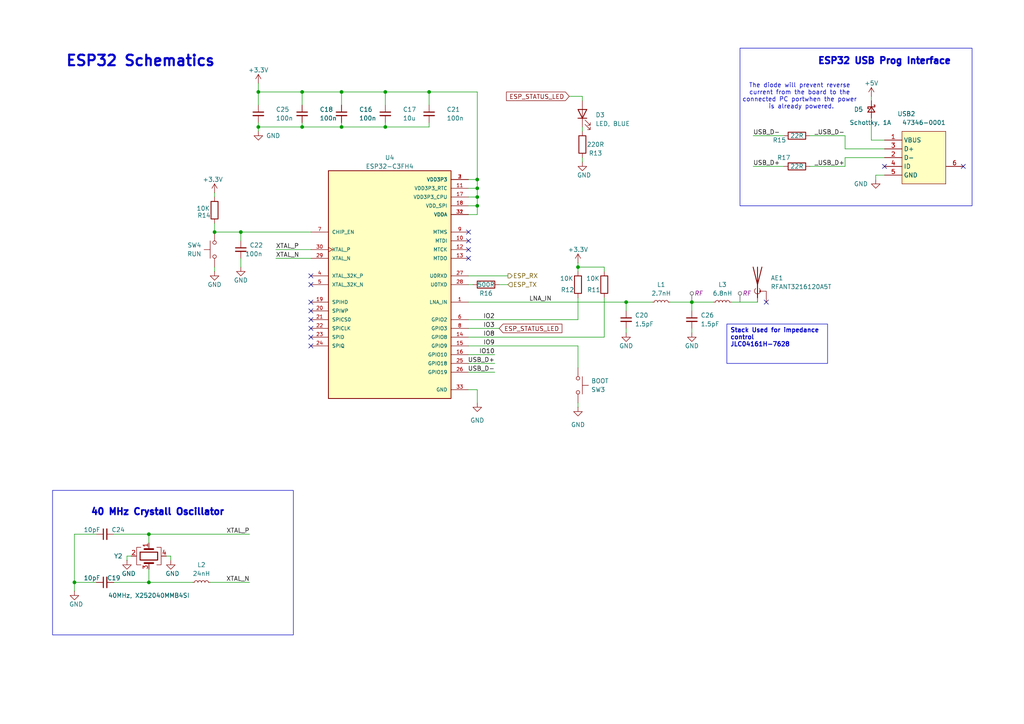
<source format=kicad_sch>
(kicad_sch
	(version 20231120)
	(generator "eeschema")
	(generator_version "8.0")
	(uuid "4cd4c4b0-0b1f-44ab-9f31-21b38aef0fdd")
	(paper "A4")
	(lib_symbols
		(symbol "Device:Antenna_Shield"
			(pin_numbers hide)
			(pin_names
				(offset 1.016) hide)
			(exclude_from_sim no)
			(in_bom yes)
			(on_board yes)
			(property "Reference" "AE"
				(at -1.905 4.445 0)
				(effects
					(font
						(size 1.27 1.27)
					)
					(justify right)
				)
			)
			(property "Value" "Antenna_Shield"
				(at -1.905 2.54 0)
				(effects
					(font
						(size 1.27 1.27)
					)
					(justify right)
				)
			)
			(property "Footprint" ""
				(at 0 2.54 0)
				(effects
					(font
						(size 1.27 1.27)
					)
					(hide yes)
				)
			)
			(property "Datasheet" "~"
				(at 0 2.54 0)
				(effects
					(font
						(size 1.27 1.27)
					)
					(hide yes)
				)
			)
			(property "Description" "Antenna with extra pin for shielding"
				(at 0 0 0)
				(effects
					(font
						(size 1.27 1.27)
					)
					(hide yes)
				)
			)
			(property "ki_keywords" "antenna"
				(at 0 0 0)
				(effects
					(font
						(size 1.27 1.27)
					)
					(hide yes)
				)
			)
			(symbol "Antenna_Shield_0_1"
				(arc
					(start -0.508 -1.143)
					(mid -0.8429 -2.1194)
					(end 0 -2.667)
					(stroke
						(width 0)
						(type default)
					)
					(fill
						(type none)
					)
				)
				(arc
					(start 0 -2.667)
					(mid 0.7989 -2.1052)
					(end 0.508 -1.143)
					(stroke
						(width 0)
						(type default)
					)
					(fill
						(type none)
					)
				)
				(polyline
					(pts
						(xy 0 -2.54) (xy 0 0)
					)
					(stroke
						(width 0)
						(type default)
					)
					(fill
						(type none)
					)
				)
				(polyline
					(pts
						(xy 0 5.08) (xy 0 -3.81)
					)
					(stroke
						(width 0.254)
						(type default)
					)
					(fill
						(type none)
					)
				)
				(polyline
					(pts
						(xy 0.762 -1.905) (xy 2.54 -1.905)
					)
					(stroke
						(width 0)
						(type default)
					)
					(fill
						(type none)
					)
				)
				(polyline
					(pts
						(xy 2.54 -2.54) (xy 2.54 -1.905)
					)
					(stroke
						(width 0)
						(type default)
					)
					(fill
						(type none)
					)
				)
				(polyline
					(pts
						(xy 1.27 5.08) (xy 0 0) (xy -1.27 5.08)
					)
					(stroke
						(width 0.254)
						(type default)
					)
					(fill
						(type none)
					)
				)
				(circle
					(center 0.762 -1.905)
					(radius 0.1778)
					(stroke
						(width 0)
						(type default)
					)
					(fill
						(type outline)
					)
				)
			)
			(symbol "Antenna_Shield_1_1"
				(pin input line
					(at 0 -5.08 90)
					(length 2.54)
					(name "A"
						(effects
							(font
								(size 1.27 1.27)
							)
						)
					)
					(number "1"
						(effects
							(font
								(size 1.27 1.27)
							)
						)
					)
				)
				(pin input line
					(at 2.54 -5.08 90)
					(length 2.54)
					(name "Shield"
						(effects
							(font
								(size 1.27 1.27)
							)
						)
					)
					(number "2"
						(effects
							(font
								(size 1.27 1.27)
							)
						)
					)
				)
			)
		)
		(symbol "Device:C_Small"
			(pin_numbers hide)
			(pin_names
				(offset 0.254) hide)
			(exclude_from_sim no)
			(in_bom yes)
			(on_board yes)
			(property "Reference" "C"
				(at 0.254 1.778 0)
				(effects
					(font
						(size 1.27 1.27)
					)
					(justify left)
				)
			)
			(property "Value" "C_Small"
				(at 0.254 -2.032 0)
				(effects
					(font
						(size 1.27 1.27)
					)
					(justify left)
				)
			)
			(property "Footprint" ""
				(at 0 0 0)
				(effects
					(font
						(size 1.27 1.27)
					)
					(hide yes)
				)
			)
			(property "Datasheet" "~"
				(at 0 0 0)
				(effects
					(font
						(size 1.27 1.27)
					)
					(hide yes)
				)
			)
			(property "Description" "Unpolarized capacitor, small symbol"
				(at 0 0 0)
				(effects
					(font
						(size 1.27 1.27)
					)
					(hide yes)
				)
			)
			(property "ki_keywords" "capacitor cap"
				(at 0 0 0)
				(effects
					(font
						(size 1.27 1.27)
					)
					(hide yes)
				)
			)
			(property "ki_fp_filters" "C_*"
				(at 0 0 0)
				(effects
					(font
						(size 1.27 1.27)
					)
					(hide yes)
				)
			)
			(symbol "C_Small_0_1"
				(polyline
					(pts
						(xy -1.524 -0.508) (xy 1.524 -0.508)
					)
					(stroke
						(width 0.3302)
						(type default)
					)
					(fill
						(type none)
					)
				)
				(polyline
					(pts
						(xy -1.524 0.508) (xy 1.524 0.508)
					)
					(stroke
						(width 0.3048)
						(type default)
					)
					(fill
						(type none)
					)
				)
			)
			(symbol "C_Small_1_1"
				(pin passive line
					(at 0 2.54 270)
					(length 2.032)
					(name "~"
						(effects
							(font
								(size 1.27 1.27)
							)
						)
					)
					(number "1"
						(effects
							(font
								(size 1.27 1.27)
							)
						)
					)
				)
				(pin passive line
					(at 0 -2.54 90)
					(length 2.032)
					(name "~"
						(effects
							(font
								(size 1.27 1.27)
							)
						)
					)
					(number "2"
						(effects
							(font
								(size 1.27 1.27)
							)
						)
					)
				)
			)
		)
		(symbol "Device:Crystal_GND24"
			(pin_names
				(offset 1.016) hide)
			(exclude_from_sim no)
			(in_bom yes)
			(on_board yes)
			(property "Reference" "Y"
				(at 3.175 5.08 0)
				(effects
					(font
						(size 1.27 1.27)
					)
					(justify left)
				)
			)
			(property "Value" "Crystal_GND24"
				(at 3.175 3.175 0)
				(effects
					(font
						(size 1.27 1.27)
					)
					(justify left)
				)
			)
			(property "Footprint" ""
				(at 0 0 0)
				(effects
					(font
						(size 1.27 1.27)
					)
					(hide yes)
				)
			)
			(property "Datasheet" "~"
				(at 0 0 0)
				(effects
					(font
						(size 1.27 1.27)
					)
					(hide yes)
				)
			)
			(property "Description" "Four pin crystal, GND on pins 2 and 4"
				(at 0 0 0)
				(effects
					(font
						(size 1.27 1.27)
					)
					(hide yes)
				)
			)
			(property "ki_keywords" "quartz ceramic resonator oscillator"
				(at 0 0 0)
				(effects
					(font
						(size 1.27 1.27)
					)
					(hide yes)
				)
			)
			(property "ki_fp_filters" "Crystal*"
				(at 0 0 0)
				(effects
					(font
						(size 1.27 1.27)
					)
					(hide yes)
				)
			)
			(symbol "Crystal_GND24_0_1"
				(rectangle
					(start -1.143 2.54)
					(end 1.143 -2.54)
					(stroke
						(width 0.3048)
						(type default)
					)
					(fill
						(type none)
					)
				)
				(polyline
					(pts
						(xy -2.54 0) (xy -2.032 0)
					)
					(stroke
						(width 0)
						(type default)
					)
					(fill
						(type none)
					)
				)
				(polyline
					(pts
						(xy -2.032 -1.27) (xy -2.032 1.27)
					)
					(stroke
						(width 0.508)
						(type default)
					)
					(fill
						(type none)
					)
				)
				(polyline
					(pts
						(xy 0 -3.81) (xy 0 -3.556)
					)
					(stroke
						(width 0)
						(type default)
					)
					(fill
						(type none)
					)
				)
				(polyline
					(pts
						(xy 0 3.556) (xy 0 3.81)
					)
					(stroke
						(width 0)
						(type default)
					)
					(fill
						(type none)
					)
				)
				(polyline
					(pts
						(xy 2.032 -1.27) (xy 2.032 1.27)
					)
					(stroke
						(width 0.508)
						(type default)
					)
					(fill
						(type none)
					)
				)
				(polyline
					(pts
						(xy 2.032 0) (xy 2.54 0)
					)
					(stroke
						(width 0)
						(type default)
					)
					(fill
						(type none)
					)
				)
				(polyline
					(pts
						(xy -2.54 -2.286) (xy -2.54 -3.556) (xy 2.54 -3.556) (xy 2.54 -2.286)
					)
					(stroke
						(width 0)
						(type default)
					)
					(fill
						(type none)
					)
				)
				(polyline
					(pts
						(xy -2.54 2.286) (xy -2.54 3.556) (xy 2.54 3.556) (xy 2.54 2.286)
					)
					(stroke
						(width 0)
						(type default)
					)
					(fill
						(type none)
					)
				)
			)
			(symbol "Crystal_GND24_1_1"
				(pin passive line
					(at -3.81 0 0)
					(length 1.27)
					(name "1"
						(effects
							(font
								(size 1.27 1.27)
							)
						)
					)
					(number "1"
						(effects
							(font
								(size 1.27 1.27)
							)
						)
					)
				)
				(pin passive line
					(at 0 5.08 270)
					(length 1.27)
					(name "2"
						(effects
							(font
								(size 1.27 1.27)
							)
						)
					)
					(number "2"
						(effects
							(font
								(size 1.27 1.27)
							)
						)
					)
				)
				(pin passive line
					(at 3.81 0 180)
					(length 1.27)
					(name "3"
						(effects
							(font
								(size 1.27 1.27)
							)
						)
					)
					(number "3"
						(effects
							(font
								(size 1.27 1.27)
							)
						)
					)
				)
				(pin passive line
					(at 0 -5.08 90)
					(length 1.27)
					(name "4"
						(effects
							(font
								(size 1.27 1.27)
							)
						)
					)
					(number "4"
						(effects
							(font
								(size 1.27 1.27)
							)
						)
					)
				)
			)
		)
		(symbol "Device:D_Schottky_Small"
			(pin_numbers hide)
			(pin_names
				(offset 0.254) hide)
			(exclude_from_sim no)
			(in_bom yes)
			(on_board yes)
			(property "Reference" "D"
				(at -1.27 2.032 0)
				(effects
					(font
						(size 1.27 1.27)
					)
					(justify left)
				)
			)
			(property "Value" "D_Schottky_Small"
				(at -7.112 -2.032 0)
				(effects
					(font
						(size 1.27 1.27)
					)
					(justify left)
				)
			)
			(property "Footprint" ""
				(at 0 0 90)
				(effects
					(font
						(size 1.27 1.27)
					)
					(hide yes)
				)
			)
			(property "Datasheet" "~"
				(at 0 0 90)
				(effects
					(font
						(size 1.27 1.27)
					)
					(hide yes)
				)
			)
			(property "Description" "Schottky diode, small symbol"
				(at 0 0 0)
				(effects
					(font
						(size 1.27 1.27)
					)
					(hide yes)
				)
			)
			(property "ki_keywords" "diode Schottky"
				(at 0 0 0)
				(effects
					(font
						(size 1.27 1.27)
					)
					(hide yes)
				)
			)
			(property "ki_fp_filters" "TO-???* *_Diode_* *SingleDiode* D_*"
				(at 0 0 0)
				(effects
					(font
						(size 1.27 1.27)
					)
					(hide yes)
				)
			)
			(symbol "D_Schottky_Small_0_1"
				(polyline
					(pts
						(xy -0.762 0) (xy 0.762 0)
					)
					(stroke
						(width 0)
						(type default)
					)
					(fill
						(type none)
					)
				)
				(polyline
					(pts
						(xy 0.762 -1.016) (xy -0.762 0) (xy 0.762 1.016) (xy 0.762 -1.016)
					)
					(stroke
						(width 0.254)
						(type default)
					)
					(fill
						(type none)
					)
				)
				(polyline
					(pts
						(xy -1.27 0.762) (xy -1.27 1.016) (xy -0.762 1.016) (xy -0.762 -1.016) (xy -0.254 -1.016) (xy -0.254 -0.762)
					)
					(stroke
						(width 0.254)
						(type default)
					)
					(fill
						(type none)
					)
				)
			)
			(symbol "D_Schottky_Small_1_1"
				(pin passive line
					(at -2.54 0 0)
					(length 1.778)
					(name "K"
						(effects
							(font
								(size 1.27 1.27)
							)
						)
					)
					(number "1"
						(effects
							(font
								(size 1.27 1.27)
							)
						)
					)
				)
				(pin passive line
					(at 2.54 0 180)
					(length 1.778)
					(name "A"
						(effects
							(font
								(size 1.27 1.27)
							)
						)
					)
					(number "2"
						(effects
							(font
								(size 1.27 1.27)
							)
						)
					)
				)
			)
		)
		(symbol "Device:LED"
			(pin_numbers hide)
			(pin_names
				(offset 1.016) hide)
			(exclude_from_sim no)
			(in_bom yes)
			(on_board yes)
			(property "Reference" "D"
				(at 0 2.54 0)
				(effects
					(font
						(size 1.27 1.27)
					)
				)
			)
			(property "Value" "LED"
				(at 0 -2.54 0)
				(effects
					(font
						(size 1.27 1.27)
					)
				)
			)
			(property "Footprint" ""
				(at 0 0 0)
				(effects
					(font
						(size 1.27 1.27)
					)
					(hide yes)
				)
			)
			(property "Datasheet" "~"
				(at 0 0 0)
				(effects
					(font
						(size 1.27 1.27)
					)
					(hide yes)
				)
			)
			(property "Description" "Light emitting diode"
				(at 0 0 0)
				(effects
					(font
						(size 1.27 1.27)
					)
					(hide yes)
				)
			)
			(property "ki_keywords" "LED diode"
				(at 0 0 0)
				(effects
					(font
						(size 1.27 1.27)
					)
					(hide yes)
				)
			)
			(property "ki_fp_filters" "LED* LED_SMD:* LED_THT:*"
				(at 0 0 0)
				(effects
					(font
						(size 1.27 1.27)
					)
					(hide yes)
				)
			)
			(symbol "LED_0_1"
				(polyline
					(pts
						(xy -1.27 -1.27) (xy -1.27 1.27)
					)
					(stroke
						(width 0.254)
						(type default)
					)
					(fill
						(type none)
					)
				)
				(polyline
					(pts
						(xy -1.27 0) (xy 1.27 0)
					)
					(stroke
						(width 0)
						(type default)
					)
					(fill
						(type none)
					)
				)
				(polyline
					(pts
						(xy 1.27 -1.27) (xy 1.27 1.27) (xy -1.27 0) (xy 1.27 -1.27)
					)
					(stroke
						(width 0.254)
						(type default)
					)
					(fill
						(type none)
					)
				)
				(polyline
					(pts
						(xy -3.048 -0.762) (xy -4.572 -2.286) (xy -3.81 -2.286) (xy -4.572 -2.286) (xy -4.572 -1.524)
					)
					(stroke
						(width 0)
						(type default)
					)
					(fill
						(type none)
					)
				)
				(polyline
					(pts
						(xy -1.778 -0.762) (xy -3.302 -2.286) (xy -2.54 -2.286) (xy -3.302 -2.286) (xy -3.302 -1.524)
					)
					(stroke
						(width 0)
						(type default)
					)
					(fill
						(type none)
					)
				)
			)
			(symbol "LED_1_1"
				(pin passive line
					(at -3.81 0 0)
					(length 2.54)
					(name "K"
						(effects
							(font
								(size 1.27 1.27)
							)
						)
					)
					(number "1"
						(effects
							(font
								(size 1.27 1.27)
							)
						)
					)
				)
				(pin passive line
					(at 3.81 0 180)
					(length 2.54)
					(name "A"
						(effects
							(font
								(size 1.27 1.27)
							)
						)
					)
					(number "2"
						(effects
							(font
								(size 1.27 1.27)
							)
						)
					)
				)
			)
		)
		(symbol "Device:L_Small"
			(pin_numbers hide)
			(pin_names
				(offset 0.254) hide)
			(exclude_from_sim no)
			(in_bom yes)
			(on_board yes)
			(property "Reference" "L"
				(at 0.762 1.016 0)
				(effects
					(font
						(size 1.27 1.27)
					)
					(justify left)
				)
			)
			(property "Value" "L_Small"
				(at 0.762 -1.016 0)
				(effects
					(font
						(size 1.27 1.27)
					)
					(justify left)
				)
			)
			(property "Footprint" ""
				(at 0 0 0)
				(effects
					(font
						(size 1.27 1.27)
					)
					(hide yes)
				)
			)
			(property "Datasheet" "~"
				(at 0 0 0)
				(effects
					(font
						(size 1.27 1.27)
					)
					(hide yes)
				)
			)
			(property "Description" "Inductor, small symbol"
				(at 0 0 0)
				(effects
					(font
						(size 1.27 1.27)
					)
					(hide yes)
				)
			)
			(property "ki_keywords" "inductor choke coil reactor magnetic"
				(at 0 0 0)
				(effects
					(font
						(size 1.27 1.27)
					)
					(hide yes)
				)
			)
			(property "ki_fp_filters" "Choke_* *Coil* Inductor_* L_*"
				(at 0 0 0)
				(effects
					(font
						(size 1.27 1.27)
					)
					(hide yes)
				)
			)
			(symbol "L_Small_0_1"
				(arc
					(start 0 -2.032)
					(mid 0.5058 -1.524)
					(end 0 -1.016)
					(stroke
						(width 0)
						(type default)
					)
					(fill
						(type none)
					)
				)
				(arc
					(start 0 -1.016)
					(mid 0.5058 -0.508)
					(end 0 0)
					(stroke
						(width 0)
						(type default)
					)
					(fill
						(type none)
					)
				)
				(arc
					(start 0 0)
					(mid 0.5058 0.508)
					(end 0 1.016)
					(stroke
						(width 0)
						(type default)
					)
					(fill
						(type none)
					)
				)
				(arc
					(start 0 1.016)
					(mid 0.5058 1.524)
					(end 0 2.032)
					(stroke
						(width 0)
						(type default)
					)
					(fill
						(type none)
					)
				)
			)
			(symbol "L_Small_1_1"
				(pin passive line
					(at 0 2.54 270)
					(length 0.508)
					(name "~"
						(effects
							(font
								(size 1.27 1.27)
							)
						)
					)
					(number "1"
						(effects
							(font
								(size 1.27 1.27)
							)
						)
					)
				)
				(pin passive line
					(at 0 -2.54 90)
					(length 0.508)
					(name "~"
						(effects
							(font
								(size 1.27 1.27)
							)
						)
					)
					(number "2"
						(effects
							(font
								(size 1.27 1.27)
							)
						)
					)
				)
			)
		)
		(symbol "Device:R"
			(pin_numbers hide)
			(pin_names
				(offset 0)
			)
			(exclude_from_sim no)
			(in_bom yes)
			(on_board yes)
			(property "Reference" "R"
				(at 2.032 0 90)
				(effects
					(font
						(size 1.27 1.27)
					)
				)
			)
			(property "Value" "R"
				(at 0 0 90)
				(effects
					(font
						(size 1.27 1.27)
					)
				)
			)
			(property "Footprint" ""
				(at -1.778 0 90)
				(effects
					(font
						(size 1.27 1.27)
					)
					(hide yes)
				)
			)
			(property "Datasheet" "~"
				(at 0 0 0)
				(effects
					(font
						(size 1.27 1.27)
					)
					(hide yes)
				)
			)
			(property "Description" "Resistor"
				(at 0 0 0)
				(effects
					(font
						(size 1.27 1.27)
					)
					(hide yes)
				)
			)
			(property "ki_keywords" "R res resistor"
				(at 0 0 0)
				(effects
					(font
						(size 1.27 1.27)
					)
					(hide yes)
				)
			)
			(property "ki_fp_filters" "R_*"
				(at 0 0 0)
				(effects
					(font
						(size 1.27 1.27)
					)
					(hide yes)
				)
			)
			(symbol "R_0_1"
				(rectangle
					(start -1.016 -2.54)
					(end 1.016 2.54)
					(stroke
						(width 0.254)
						(type default)
					)
					(fill
						(type none)
					)
				)
			)
			(symbol "R_1_1"
				(pin passive line
					(at 0 3.81 270)
					(length 1.27)
					(name "~"
						(effects
							(font
								(size 1.27 1.27)
							)
						)
					)
					(number "1"
						(effects
							(font
								(size 1.27 1.27)
							)
						)
					)
				)
				(pin passive line
					(at 0 -3.81 90)
					(length 1.27)
					(name "~"
						(effects
							(font
								(size 1.27 1.27)
							)
						)
					)
					(number "2"
						(effects
							(font
								(size 1.27 1.27)
							)
						)
					)
				)
			)
		)
		(symbol "External_Library:47346-0001"
			(exclude_from_sim no)
			(in_bom yes)
			(on_board yes)
			(property "Reference" "USB"
				(at 0 8.89 0)
				(effects
					(font
						(size 1.27 1.27)
					)
				)
			)
			(property "Value" "47346-0001"
				(at 0.254 -11.938 0)
				(effects
					(font
						(size 1.27 1.27)
					)
				)
			)
			(property "Footprint" "External_Library:MICRO-USB-SMD_47346-0001"
				(at 0 -11.43 0)
				(effects
					(font
						(size 1.27 1.27)
					)
					(hide yes)
				)
			)
			(property "Datasheet" "https://lcsc.com/product-detail/USB-Connectors_MOLEX_47346-0001_47346-0001_C132560.html"
				(at 0 -13.97 0)
				(effects
					(font
						(size 1.27 1.27)
					)
					(hide yes)
				)
			)
			(property "Description" ""
				(at 0 0 0)
				(effects
					(font
						(size 1.27 1.27)
					)
					(hide yes)
				)
			)
			(property "LCSC Part" "C132560"
				(at 0 -16.51 0)
				(effects
					(font
						(size 1.27 1.27)
					)
					(hide yes)
				)
			)
			(symbol "47346-0001_0_1"
				(rectangle
					(start -6.35 6.35)
					(end 6.35 -8.89)
					(stroke
						(width 0)
						(type default)
					)
					(fill
						(type background)
					)
				)
				(pin bidirectional line
					(at -11.43 3.81 0)
					(length 5.08)
					(name "VBUS"
						(effects
							(font
								(size 1.27 1.27)
							)
						)
					)
					(number "1"
						(effects
							(font
								(size 1.27 1.27)
							)
						)
					)
				)
				(pin bidirectional line
					(at -11.43 -3.81 0)
					(length 5.08)
					(name "ID"
						(effects
							(font
								(size 1.27 1.27)
							)
						)
					)
					(number "4"
						(effects
							(font
								(size 1.27 1.27)
							)
						)
					)
				)
				(pin bidirectional line
					(at -11.43 -6.35 0)
					(length 5.08)
					(name "GND"
						(effects
							(font
								(size 1.27 1.27)
							)
						)
					)
					(number "5"
						(effects
							(font
								(size 1.27 1.27)
							)
						)
					)
				)
				(pin unspecified line
					(at 11.43 -3.81 180)
					(length 5.08)
					(name ""
						(effects
							(font
								(size 1.27 1.27)
							)
						)
					)
					(number "6"
						(effects
							(font
								(size 1.27 1.27)
							)
						)
					)
				)
			)
			(symbol "47346-0001_1_1"
				(pin input line
					(at -11.43 -1.27 0)
					(length 5.08)
					(name "D-"
						(effects
							(font
								(size 1.27 1.27)
							)
						)
					)
					(number "2"
						(effects
							(font
								(size 1.27 1.27)
							)
						)
					)
				)
				(pin input line
					(at -11.43 1.27 0)
					(length 5.08)
					(name "D+"
						(effects
							(font
								(size 1.27 1.27)
							)
						)
					)
					(number "3"
						(effects
							(font
								(size 1.27 1.27)
							)
						)
					)
				)
			)
		)
		(symbol "External_Library:ESP32-C3FH4"
			(pin_names
				(offset 1.016)
			)
			(exclude_from_sim no)
			(in_bom yes)
			(on_board yes)
			(property "Reference" "U"
				(at -17.78 33.782 0)
				(effects
					(font
						(size 1.27 1.27)
					)
					(justify left bottom)
				)
			)
			(property "Value" "ESP32-C3FH4"
				(at -17.78 -33.782 0)
				(effects
					(font
						(size 1.27 1.27)
					)
					(justify left top)
				)
			)
			(property "Footprint" "External_Library:ESP32-C3FH4"
				(at 0 0 0)
				(effects
					(font
						(size 1.27 1.27)
					)
					(justify bottom)
					(hide yes)
				)
			)
			(property "Datasheet" "https://eu.mouser.com/datasheet/2/891/esp32_c3_datasheet_en-1989865.pdf"
				(at 0 0 0)
				(effects
					(font
						(size 1.27 1.27)
					)
					(hide yes)
				)
			)
			(property "Description" "Bluetooth, WiFi 802.11b/g/n, Bluetooth v5.0 Transceiver Module 2.402GHz ~ 2.48GHz Antenna Not Included Surface Mount"
				(at 0 0 0)
				(effects
					(font
						(size 1.27 1.27)
					)
					(hide yes)
				)
			)
			(property "MPN" "ESP32-C3FH4"
				(at 0 0 0)
				(effects
					(font
						(size 1.27 1.27)
					)
					(justify bottom)
					(hide yes)
				)
			)
			(symbol "ESP32-C3FH4_0_0"
				(rectangle
					(start -17.78 -33.02)
					(end 17.78 33.02)
					(stroke
						(width 0.254)
						(type default)
					)
					(fill
						(type background)
					)
				)
				(pin bidirectional line
					(at 22.86 -5.08 180)
					(length 5.08)
					(name "LNA_IN"
						(effects
							(font
								(size 1.016 1.016)
							)
						)
					)
					(number "1"
						(effects
							(font
								(size 1.016 1.016)
							)
						)
					)
				)
				(pin bidirectional line
					(at 22.86 12.7 180)
					(length 5.08)
					(name "MTDI"
						(effects
							(font
								(size 1.016 1.016)
							)
						)
					)
					(number "10"
						(effects
							(font
								(size 1.016 1.016)
							)
						)
					)
				)
				(pin power_in line
					(at 22.86 27.94 180)
					(length 5.08)
					(name "VDD3P3_RTC"
						(effects
							(font
								(size 1.016 1.016)
							)
						)
					)
					(number "11"
						(effects
							(font
								(size 1.016 1.016)
							)
						)
					)
				)
				(pin bidirectional line
					(at 22.86 10.16 180)
					(length 5.08)
					(name "MTCK"
						(effects
							(font
								(size 1.016 1.016)
							)
						)
					)
					(number "12"
						(effects
							(font
								(size 1.016 1.016)
							)
						)
					)
				)
				(pin bidirectional line
					(at 22.86 7.62 180)
					(length 5.08)
					(name "MTDO"
						(effects
							(font
								(size 1.016 1.016)
							)
						)
					)
					(number "13"
						(effects
							(font
								(size 1.016 1.016)
							)
						)
					)
				)
				(pin bidirectional line
					(at 22.86 -15.24 180)
					(length 5.08)
					(name "GPIO8"
						(effects
							(font
								(size 1.016 1.016)
							)
						)
					)
					(number "14"
						(effects
							(font
								(size 1.016 1.016)
							)
						)
					)
				)
				(pin bidirectional line
					(at 22.86 -17.78 180)
					(length 5.08)
					(name "GPIO9"
						(effects
							(font
								(size 1.016 1.016)
							)
						)
					)
					(number "15"
						(effects
							(font
								(size 1.016 1.016)
							)
						)
					)
				)
				(pin bidirectional line
					(at 22.86 -20.32 180)
					(length 5.08)
					(name "GPIO10"
						(effects
							(font
								(size 1.016 1.016)
							)
						)
					)
					(number "16"
						(effects
							(font
								(size 1.016 1.016)
							)
						)
					)
				)
				(pin power_in line
					(at 22.86 25.4 180)
					(length 5.08)
					(name "VDD3P3_CPU"
						(effects
							(font
								(size 1.016 1.016)
							)
						)
					)
					(number "17"
						(effects
							(font
								(size 1.016 1.016)
							)
						)
					)
				)
				(pin power_in line
					(at 22.86 22.86 180)
					(length 5.08)
					(name "VDD_SPI"
						(effects
							(font
								(size 1.016 1.016)
							)
						)
					)
					(number "18"
						(effects
							(font
								(size 1.016 1.016)
							)
						)
					)
				)
				(pin bidirectional line
					(at -22.86 -5.08 0)
					(length 5.08)
					(name "SPIHD"
						(effects
							(font
								(size 1.016 1.016)
							)
						)
					)
					(number "19"
						(effects
							(font
								(size 1.016 1.016)
							)
						)
					)
				)
				(pin power_in line
					(at 22.86 30.48 180)
					(length 5.08)
					(name "VDD3P3"
						(effects
							(font
								(size 1.016 1.016)
							)
						)
					)
					(number "2"
						(effects
							(font
								(size 1.016 1.016)
							)
						)
					)
				)
				(pin bidirectional line
					(at -22.86 -7.62 0)
					(length 5.08)
					(name "SPIWP"
						(effects
							(font
								(size 1.016 1.016)
							)
						)
					)
					(number "20"
						(effects
							(font
								(size 1.016 1.016)
							)
						)
					)
				)
				(pin bidirectional line
					(at -22.86 -10.16 0)
					(length 5.08)
					(name "SPICS0"
						(effects
							(font
								(size 1.016 1.016)
							)
						)
					)
					(number "21"
						(effects
							(font
								(size 1.016 1.016)
							)
						)
					)
				)
				(pin bidirectional line
					(at -22.86 -12.7 0)
					(length 5.08)
					(name "SPICLK"
						(effects
							(font
								(size 1.016 1.016)
							)
						)
					)
					(number "22"
						(effects
							(font
								(size 1.016 1.016)
							)
						)
					)
				)
				(pin bidirectional line
					(at -22.86 -15.24 0)
					(length 5.08)
					(name "SPID"
						(effects
							(font
								(size 1.016 1.016)
							)
						)
					)
					(number "23"
						(effects
							(font
								(size 1.016 1.016)
							)
						)
					)
				)
				(pin bidirectional line
					(at -22.86 -17.78 0)
					(length 5.08)
					(name "SPIQ"
						(effects
							(font
								(size 1.016 1.016)
							)
						)
					)
					(number "24"
						(effects
							(font
								(size 1.016 1.016)
							)
						)
					)
				)
				(pin bidirectional line
					(at 22.86 -22.86 180)
					(length 5.08)
					(name "GPIO18"
						(effects
							(font
								(size 1.016 1.016)
							)
						)
					)
					(number "25"
						(effects
							(font
								(size 1.016 1.016)
							)
						)
					)
				)
				(pin bidirectional line
					(at 22.86 -25.4 180)
					(length 5.08)
					(name "GPIO19"
						(effects
							(font
								(size 1.016 1.016)
							)
						)
					)
					(number "26"
						(effects
							(font
								(size 1.016 1.016)
							)
						)
					)
				)
				(pin bidirectional line
					(at 22.86 2.54 180)
					(length 5.08)
					(name "U0RXD"
						(effects
							(font
								(size 1.016 1.016)
							)
						)
					)
					(number "27"
						(effects
							(font
								(size 1.016 1.016)
							)
						)
					)
				)
				(pin bidirectional line
					(at 22.86 0 180)
					(length 5.08)
					(name "U0TXD"
						(effects
							(font
								(size 1.016 1.016)
							)
						)
					)
					(number "28"
						(effects
							(font
								(size 1.016 1.016)
							)
						)
					)
				)
				(pin output line
					(at -22.86 7.62 0)
					(length 5.08)
					(name "XTAL_N"
						(effects
							(font
								(size 1.016 1.016)
							)
						)
					)
					(number "29"
						(effects
							(font
								(size 1.016 1.016)
							)
						)
					)
				)
				(pin power_in line
					(at 22.86 30.48 180)
					(length 5.08)
					(name "VDD3P3"
						(effects
							(font
								(size 1.016 1.016)
							)
						)
					)
					(number "3"
						(effects
							(font
								(size 1.016 1.016)
							)
						)
					)
				)
				(pin input clock
					(at -22.86 10.16 0)
					(length 5.08)
					(name "XTAL_P"
						(effects
							(font
								(size 1.016 1.016)
							)
						)
					)
					(number "30"
						(effects
							(font
								(size 1.016 1.016)
							)
						)
					)
				)
				(pin power_in line
					(at 22.86 20.32 180)
					(length 5.08)
					(name "VDDA"
						(effects
							(font
								(size 1.016 1.016)
							)
						)
					)
					(number "31"
						(effects
							(font
								(size 1.016 1.016)
							)
						)
					)
				)
				(pin power_in line
					(at 22.86 20.32 180)
					(length 5.08)
					(name "VDDA"
						(effects
							(font
								(size 1.016 1.016)
							)
						)
					)
					(number "32"
						(effects
							(font
								(size 1.016 1.016)
							)
						)
					)
				)
				(pin power_in line
					(at 22.86 -30.48 180)
					(length 5.08)
					(name "GND"
						(effects
							(font
								(size 1.016 1.016)
							)
						)
					)
					(number "33"
						(effects
							(font
								(size 1.016 1.016)
							)
						)
					)
				)
				(pin bidirectional line
					(at -22.86 2.54 0)
					(length 5.08)
					(name "XTAL_32K_P"
						(effects
							(font
								(size 1.016 1.016)
							)
						)
					)
					(number "4"
						(effects
							(font
								(size 1.016 1.016)
							)
						)
					)
				)
				(pin bidirectional line
					(at -22.86 0 0)
					(length 5.08)
					(name "XTAL_32K_N"
						(effects
							(font
								(size 1.016 1.016)
							)
						)
					)
					(number "5"
						(effects
							(font
								(size 1.016 1.016)
							)
						)
					)
				)
				(pin bidirectional line
					(at 22.86 -10.16 180)
					(length 5.08)
					(name "GPIO2"
						(effects
							(font
								(size 1.016 1.016)
							)
						)
					)
					(number "6"
						(effects
							(font
								(size 1.016 1.016)
							)
						)
					)
				)
				(pin input line
					(at -22.86 15.24 0)
					(length 5.08)
					(name "CHIP_EN"
						(effects
							(font
								(size 1.016 1.016)
							)
						)
					)
					(number "7"
						(effects
							(font
								(size 1.016 1.016)
							)
						)
					)
				)
				(pin bidirectional line
					(at 22.86 -12.7 180)
					(length 5.08)
					(name "GPIO3"
						(effects
							(font
								(size 1.016 1.016)
							)
						)
					)
					(number "8"
						(effects
							(font
								(size 1.016 1.016)
							)
						)
					)
				)
				(pin bidirectional line
					(at 22.86 15.24 180)
					(length 5.08)
					(name "MTMS"
						(effects
							(font
								(size 1.016 1.016)
							)
						)
					)
					(number "9"
						(effects
							(font
								(size 1.016 1.016)
							)
						)
					)
				)
			)
		)
		(symbol "Switch:SW_Push"
			(pin_numbers hide)
			(pin_names
				(offset 1.016) hide)
			(exclude_from_sim no)
			(in_bom yes)
			(on_board yes)
			(property "Reference" "SW"
				(at 1.27 2.54 0)
				(effects
					(font
						(size 1.27 1.27)
					)
					(justify left)
				)
			)
			(property "Value" "SW_Push"
				(at 0 -1.524 0)
				(effects
					(font
						(size 1.27 1.27)
					)
				)
			)
			(property "Footprint" ""
				(at 0 5.08 0)
				(effects
					(font
						(size 1.27 1.27)
					)
					(hide yes)
				)
			)
			(property "Datasheet" "~"
				(at 0 5.08 0)
				(effects
					(font
						(size 1.27 1.27)
					)
					(hide yes)
				)
			)
			(property "Description" "Push button switch, generic, two pins"
				(at 0 0 0)
				(effects
					(font
						(size 1.27 1.27)
					)
					(hide yes)
				)
			)
			(property "ki_keywords" "switch normally-open pushbutton push-button"
				(at 0 0 0)
				(effects
					(font
						(size 1.27 1.27)
					)
					(hide yes)
				)
			)
			(symbol "SW_Push_0_1"
				(circle
					(center -2.032 0)
					(radius 0.508)
					(stroke
						(width 0)
						(type default)
					)
					(fill
						(type none)
					)
				)
				(polyline
					(pts
						(xy 0 1.27) (xy 0 3.048)
					)
					(stroke
						(width 0)
						(type default)
					)
					(fill
						(type none)
					)
				)
				(polyline
					(pts
						(xy 2.54 1.27) (xy -2.54 1.27)
					)
					(stroke
						(width 0)
						(type default)
					)
					(fill
						(type none)
					)
				)
				(circle
					(center 2.032 0)
					(radius 0.508)
					(stroke
						(width 0)
						(type default)
					)
					(fill
						(type none)
					)
				)
				(pin passive line
					(at -5.08 0 0)
					(length 2.54)
					(name "1"
						(effects
							(font
								(size 1.27 1.27)
							)
						)
					)
					(number "1"
						(effects
							(font
								(size 1.27 1.27)
							)
						)
					)
				)
				(pin passive line
					(at 5.08 0 180)
					(length 2.54)
					(name "2"
						(effects
							(font
								(size 1.27 1.27)
							)
						)
					)
					(number "2"
						(effects
							(font
								(size 1.27 1.27)
							)
						)
					)
				)
			)
		)
		(symbol "power:+3.3V"
			(power)
			(pin_numbers hide)
			(pin_names
				(offset 0) hide)
			(exclude_from_sim no)
			(in_bom yes)
			(on_board yes)
			(property "Reference" "#PWR"
				(at 0 -3.81 0)
				(effects
					(font
						(size 1.27 1.27)
					)
					(hide yes)
				)
			)
			(property "Value" "+3.3V"
				(at 0 3.556 0)
				(effects
					(font
						(size 1.27 1.27)
					)
				)
			)
			(property "Footprint" ""
				(at 0 0 0)
				(effects
					(font
						(size 1.27 1.27)
					)
					(hide yes)
				)
			)
			(property "Datasheet" ""
				(at 0 0 0)
				(effects
					(font
						(size 1.27 1.27)
					)
					(hide yes)
				)
			)
			(property "Description" "Power symbol creates a global label with name \"+3.3V\""
				(at 0 0 0)
				(effects
					(font
						(size 1.27 1.27)
					)
					(hide yes)
				)
			)
			(property "ki_keywords" "global power"
				(at 0 0 0)
				(effects
					(font
						(size 1.27 1.27)
					)
					(hide yes)
				)
			)
			(symbol "+3.3V_0_1"
				(polyline
					(pts
						(xy -0.762 1.27) (xy 0 2.54)
					)
					(stroke
						(width 0)
						(type default)
					)
					(fill
						(type none)
					)
				)
				(polyline
					(pts
						(xy 0 0) (xy 0 2.54)
					)
					(stroke
						(width 0)
						(type default)
					)
					(fill
						(type none)
					)
				)
				(polyline
					(pts
						(xy 0 2.54) (xy 0.762 1.27)
					)
					(stroke
						(width 0)
						(type default)
					)
					(fill
						(type none)
					)
				)
			)
			(symbol "+3.3V_1_1"
				(pin power_in line
					(at 0 0 90)
					(length 0)
					(name "~"
						(effects
							(font
								(size 1.27 1.27)
							)
						)
					)
					(number "1"
						(effects
							(font
								(size 1.27 1.27)
							)
						)
					)
				)
			)
		)
		(symbol "power:+5V"
			(power)
			(pin_numbers hide)
			(pin_names
				(offset 0) hide)
			(exclude_from_sim no)
			(in_bom yes)
			(on_board yes)
			(property "Reference" "#PWR"
				(at 0 -3.81 0)
				(effects
					(font
						(size 1.27 1.27)
					)
					(hide yes)
				)
			)
			(property "Value" "+5V"
				(at 0 3.556 0)
				(effects
					(font
						(size 1.27 1.27)
					)
				)
			)
			(property "Footprint" ""
				(at 0 0 0)
				(effects
					(font
						(size 1.27 1.27)
					)
					(hide yes)
				)
			)
			(property "Datasheet" ""
				(at 0 0 0)
				(effects
					(font
						(size 1.27 1.27)
					)
					(hide yes)
				)
			)
			(property "Description" "Power symbol creates a global label with name \"+5V\""
				(at 0 0 0)
				(effects
					(font
						(size 1.27 1.27)
					)
					(hide yes)
				)
			)
			(property "ki_keywords" "global power"
				(at 0 0 0)
				(effects
					(font
						(size 1.27 1.27)
					)
					(hide yes)
				)
			)
			(symbol "+5V_0_1"
				(polyline
					(pts
						(xy -0.762 1.27) (xy 0 2.54)
					)
					(stroke
						(width 0)
						(type default)
					)
					(fill
						(type none)
					)
				)
				(polyline
					(pts
						(xy 0 0) (xy 0 2.54)
					)
					(stroke
						(width 0)
						(type default)
					)
					(fill
						(type none)
					)
				)
				(polyline
					(pts
						(xy 0 2.54) (xy 0.762 1.27)
					)
					(stroke
						(width 0)
						(type default)
					)
					(fill
						(type none)
					)
				)
			)
			(symbol "+5V_1_1"
				(pin power_in line
					(at 0 0 90)
					(length 0)
					(name "~"
						(effects
							(font
								(size 1.27 1.27)
							)
						)
					)
					(number "1"
						(effects
							(font
								(size 1.27 1.27)
							)
						)
					)
				)
			)
		)
		(symbol "power:GND"
			(power)
			(pin_numbers hide)
			(pin_names
				(offset 0) hide)
			(exclude_from_sim no)
			(in_bom yes)
			(on_board yes)
			(property "Reference" "#PWR"
				(at 0 -6.35 0)
				(effects
					(font
						(size 1.27 1.27)
					)
					(hide yes)
				)
			)
			(property "Value" "GND"
				(at 0 -3.81 0)
				(effects
					(font
						(size 1.27 1.27)
					)
				)
			)
			(property "Footprint" ""
				(at 0 0 0)
				(effects
					(font
						(size 1.27 1.27)
					)
					(hide yes)
				)
			)
			(property "Datasheet" ""
				(at 0 0 0)
				(effects
					(font
						(size 1.27 1.27)
					)
					(hide yes)
				)
			)
			(property "Description" "Power symbol creates a global label with name \"GND\" , ground"
				(at 0 0 0)
				(effects
					(font
						(size 1.27 1.27)
					)
					(hide yes)
				)
			)
			(property "ki_keywords" "global power"
				(at 0 0 0)
				(effects
					(font
						(size 1.27 1.27)
					)
					(hide yes)
				)
			)
			(symbol "GND_0_1"
				(polyline
					(pts
						(xy 0 0) (xy 0 -1.27) (xy 1.27 -1.27) (xy 0 -2.54) (xy -1.27 -1.27) (xy 0 -1.27)
					)
					(stroke
						(width 0)
						(type default)
					)
					(fill
						(type none)
					)
				)
			)
			(symbol "GND_1_1"
				(pin power_in line
					(at 0 0 270)
					(length 0)
					(name "~"
						(effects
							(font
								(size 1.27 1.27)
							)
						)
					)
					(number "1"
						(effects
							(font
								(size 1.27 1.27)
							)
						)
					)
				)
			)
		)
	)
	(junction
		(at 69.85 67.31)
		(diameter 0)
		(color 0 0 0 0)
		(uuid "0c0ec0ce-1bac-42de-ad24-defe9572e329")
	)
	(junction
		(at 62.23 67.31)
		(diameter 0)
		(color 0 0 0 0)
		(uuid "1c9e8b4b-f4ca-4ba0-ac3b-c44a6ccc7f07")
	)
	(junction
		(at 111.76 26.67)
		(diameter 0)
		(color 0 0 0 0)
		(uuid "20adb20e-42a3-4e8d-aaa8-9292fead3fac")
	)
	(junction
		(at 138.43 57.15)
		(diameter 0)
		(color 0 0 0 0)
		(uuid "37dc8154-bf0d-449d-a495-9dbe6d7244bb")
	)
	(junction
		(at 99.06 26.67)
		(diameter 0)
		(color 0 0 0 0)
		(uuid "433a2735-13d3-47cb-9b59-bfbcd8990b9f")
	)
	(junction
		(at 111.76 36.83)
		(diameter 0)
		(color 0 0 0 0)
		(uuid "47cdc72f-ce6a-4728-9d20-4382225ce19e")
	)
	(junction
		(at 87.63 36.83)
		(diameter 0)
		(color 0 0 0 0)
		(uuid "4fedd717-8aa5-47f2-a2cc-2222595d6d83")
	)
	(junction
		(at 138.43 52.07)
		(diameter 0)
		(color 0 0 0 0)
		(uuid "5774bee7-1cb1-4ea3-9f03-35a5431980df")
	)
	(junction
		(at 74.93 26.67)
		(diameter 0)
		(color 0 0 0 0)
		(uuid "5ecf28d7-4160-452b-877a-fd6668875a5a")
	)
	(junction
		(at 99.06 36.83)
		(diameter 0)
		(color 0 0 0 0)
		(uuid "865e0043-ccb9-4169-96f3-57f2d500c305")
	)
	(junction
		(at 138.43 54.61)
		(diameter 0)
		(color 0 0 0 0)
		(uuid "9a941d7e-200e-46d0-8514-a52a945ea767")
	)
	(junction
		(at 43.18 168.91)
		(diameter 0)
		(color 0 0 0 0)
		(uuid "9ca67a11-edf1-4d53-a247-33b4f7aacfc7")
	)
	(junction
		(at 87.63 26.67)
		(diameter 0)
		(color 0 0 0 0)
		(uuid "a46362b4-5df7-4393-ad35-bef718f03b5a")
	)
	(junction
		(at 167.64 77.47)
		(diameter 0)
		(color 0 0 0 0)
		(uuid "a7319709-e40c-4eff-afe9-e521cbf3c589")
	)
	(junction
		(at 181.61 87.63)
		(diameter 0)
		(color 0 0 0 0)
		(uuid "a95c21e1-0a0d-4d4f-8f40-93527e620317")
	)
	(junction
		(at 124.46 26.67)
		(diameter 0)
		(color 0 0 0 0)
		(uuid "b8b6768b-2940-41c6-a85f-4fb7391fbfc5")
	)
	(junction
		(at 200.66 87.63)
		(diameter 0)
		(color 0 0 0 0)
		(uuid "e9263754-3ee5-4851-b056-71edf604f76c")
	)
	(junction
		(at 43.18 154.94)
		(diameter 0)
		(color 0 0 0 0)
		(uuid "f0dbeb8a-2179-4a74-9447-94a3441ee490")
	)
	(junction
		(at 21.59 168.91)
		(diameter 0)
		(color 0 0 0 0)
		(uuid "f1d20d9c-655f-4637-b5e4-21206947fa17")
	)
	(junction
		(at 74.93 36.83)
		(diameter 0)
		(color 0 0 0 0)
		(uuid "f7e77a7a-4cce-48c8-ac12-20e059719542")
	)
	(junction
		(at 138.43 59.69)
		(diameter 0)
		(color 0 0 0 0)
		(uuid "fe7c1ebf-acab-40a3-aba9-7587e9e828f5")
	)
	(no_connect
		(at 90.17 100.33)
		(uuid "04637ced-0a8b-4cb6-91d7-835fdf9d324c")
	)
	(no_connect
		(at 256.54 48.26)
		(uuid "144f624e-5c76-4aa7-864a-82896ac6437b")
	)
	(no_connect
		(at 90.17 80.01)
		(uuid "21984ac3-ad5d-464b-98e2-1a388a8f74b5")
	)
	(no_connect
		(at 90.17 87.63)
		(uuid "2a108bd7-83ce-4b7a-8894-9c0a335155dd")
	)
	(no_connect
		(at 135.89 72.39)
		(uuid "398e080c-138b-42ca-a1e8-8f802d618a22")
	)
	(no_connect
		(at 222.25 87.63)
		(uuid "6ce54232-e00b-4647-a756-e364fbfc2006")
	)
	(no_connect
		(at 135.89 69.85)
		(uuid "7ec1b8d3-923b-441a-98b9-7fad831bd63b")
	)
	(no_connect
		(at 90.17 90.17)
		(uuid "804fec2c-037e-4402-bf14-3fffd3ae471f")
	)
	(no_connect
		(at 135.89 74.93)
		(uuid "87df2dcf-0785-46af-924b-c230311da537")
	)
	(no_connect
		(at 279.4 48.26)
		(uuid "b22ca4b8-9238-4b97-8e42-1ec725b01654")
	)
	(no_connect
		(at 90.17 97.79)
		(uuid "c8b2b732-86d3-44f1-89d6-4e5a7d7bdef1")
	)
	(no_connect
		(at 90.17 82.55)
		(uuid "cade0a6e-fea7-45e1-a7a2-4c32bc134095")
	)
	(no_connect
		(at 90.17 95.25)
		(uuid "d5414347-710b-4174-9c72-41b34598fa4e")
	)
	(no_connect
		(at 90.17 92.71)
		(uuid "fabc195d-7a59-4d7c-a7ef-2565e5c18131")
	)
	(no_connect
		(at 135.89 67.31)
		(uuid "fda01db3-faf2-4266-b941-082c879e3f54")
	)
	(wire
		(pts
			(xy 99.06 35.56) (xy 99.06 36.83)
		)
		(stroke
			(width 0)
			(type default)
		)
		(uuid "01adea96-e666-4c33-9fe5-3f92487c57af")
	)
	(wire
		(pts
			(xy 135.89 80.01) (xy 147.32 80.01)
		)
		(stroke
			(width 0)
			(type default)
		)
		(uuid "05f4986f-ac33-4784-9668-d3171b5d17f5")
	)
	(wire
		(pts
			(xy 245.11 39.37) (xy 245.11 43.18)
		)
		(stroke
			(width 0)
			(type default)
		)
		(uuid "0877f0f1-a4c3-45f5-8e50-6ff04b5dc559")
	)
	(wire
		(pts
			(xy 135.89 97.79) (xy 175.26 97.79)
		)
		(stroke
			(width 0)
			(type default)
		)
		(uuid "0b891ded-911c-4adf-ab5a-8aebdcb799b7")
	)
	(wire
		(pts
			(xy 256.54 45.72) (xy 245.11 45.72)
		)
		(stroke
			(width 0)
			(type default)
		)
		(uuid "0cf5b921-9b69-444f-9293-31fa6e3508f9")
	)
	(wire
		(pts
			(xy 33.02 168.91) (xy 43.18 168.91)
		)
		(stroke
			(width 0)
			(type default)
		)
		(uuid "0eb8714e-629e-4d15-8c5a-5015c23fd36e")
	)
	(wire
		(pts
			(xy 74.93 24.13) (xy 74.93 26.67)
		)
		(stroke
			(width 0)
			(type default)
		)
		(uuid "0ee1b567-2ecf-481d-9911-ec134d53a7b4")
	)
	(wire
		(pts
			(xy 99.06 26.67) (xy 87.63 26.67)
		)
		(stroke
			(width 0)
			(type default)
		)
		(uuid "138f08e2-9997-4eac-9393-2ed9347b023d")
	)
	(wire
		(pts
			(xy 138.43 59.69) (xy 138.43 57.15)
		)
		(stroke
			(width 0)
			(type default)
		)
		(uuid "173da483-f4f5-47ea-852e-188cdf73903f")
	)
	(wire
		(pts
			(xy 194.31 87.63) (xy 200.66 87.63)
		)
		(stroke
			(width 0)
			(type default)
		)
		(uuid "18fd4e3c-28c7-4183-b361-d55cd97c599c")
	)
	(wire
		(pts
			(xy 167.64 116.84) (xy 167.64 118.11)
		)
		(stroke
			(width 0)
			(type default)
		)
		(uuid "1d3aac64-778e-4dd4-81f4-5e03385d0579")
	)
	(wire
		(pts
			(xy 168.91 46.99) (xy 168.91 45.72)
		)
		(stroke
			(width 0)
			(type default)
		)
		(uuid "1e7699ed-6575-4c3d-8434-23ff8d3e50ff")
	)
	(wire
		(pts
			(xy 36.83 161.29) (xy 38.1 161.29)
		)
		(stroke
			(width 0)
			(type default)
		)
		(uuid "1fdd50aa-fe1a-4df1-affb-5936b9da007f")
	)
	(wire
		(pts
			(xy 74.93 35.56) (xy 74.93 36.83)
		)
		(stroke
			(width 0)
			(type default)
		)
		(uuid "25043cab-f9bd-464a-8c0c-fe3748fc7857")
	)
	(wire
		(pts
			(xy 254 52.07) (xy 254 50.8)
		)
		(stroke
			(width 0)
			(type default)
		)
		(uuid "2594fc7a-12ef-4abc-9f11-6e78aafb7e05")
	)
	(wire
		(pts
			(xy 168.91 36.83) (xy 168.91 38.1)
		)
		(stroke
			(width 0)
			(type default)
		)
		(uuid "28a639f0-4cd8-413c-8b28-9d022686cb8a")
	)
	(wire
		(pts
			(xy 87.63 36.83) (xy 99.06 36.83)
		)
		(stroke
			(width 0)
			(type default)
		)
		(uuid "2aff49ff-d617-4bc2-ac05-4a032bef4d68")
	)
	(wire
		(pts
			(xy 234.95 39.37) (xy 245.11 39.37)
		)
		(stroke
			(width 0)
			(type default)
		)
		(uuid "2b997b97-01fd-4d9e-9cea-698b59ef6fd4")
	)
	(wire
		(pts
			(xy 135.89 87.63) (xy 181.61 87.63)
		)
		(stroke
			(width 0)
			(type default)
		)
		(uuid "2f2d9cb1-b658-4294-b5a7-b5a6eabe5db0")
	)
	(wire
		(pts
			(xy 21.59 168.91) (xy 27.94 168.91)
		)
		(stroke
			(width 0)
			(type default)
		)
		(uuid "30cb3140-1a2e-42a9-b97f-96b83110c266")
	)
	(wire
		(pts
			(xy 90.17 67.31) (xy 69.85 67.31)
		)
		(stroke
			(width 0)
			(type default)
		)
		(uuid "34f0985f-f247-4327-bd32-fb20726e9695")
	)
	(wire
		(pts
			(xy 234.95 48.26) (xy 245.11 48.26)
		)
		(stroke
			(width 0)
			(type default)
		)
		(uuid "3e054c84-2a25-46cb-b0b4-f74334f910cb")
	)
	(wire
		(pts
			(xy 138.43 116.84) (xy 138.43 113.03)
		)
		(stroke
			(width 0)
			(type default)
		)
		(uuid "3eca3564-b05e-4c1f-85cf-7a590e2bce40")
	)
	(wire
		(pts
			(xy 124.46 26.67) (xy 138.43 26.67)
		)
		(stroke
			(width 0)
			(type default)
		)
		(uuid "3ef0b6ee-d6fa-4482-b1e6-d9498f4b488a")
	)
	(wire
		(pts
			(xy 99.06 30.48) (xy 99.06 26.67)
		)
		(stroke
			(width 0)
			(type default)
		)
		(uuid "41496909-199e-469e-93b3-f6b2144c8853")
	)
	(wire
		(pts
			(xy 62.23 57.15) (xy 62.23 55.88)
		)
		(stroke
			(width 0)
			(type default)
		)
		(uuid "45041129-e449-45ef-bb11-cf5a5e030cf9")
	)
	(wire
		(pts
			(xy 111.76 26.67) (xy 124.46 26.67)
		)
		(stroke
			(width 0)
			(type default)
		)
		(uuid "4936aca4-cee9-4a1e-9b7b-5cfb8a1c4f60")
	)
	(wire
		(pts
			(xy 87.63 26.67) (xy 87.63 30.48)
		)
		(stroke
			(width 0)
			(type default)
		)
		(uuid "4a7a1841-f5b3-43e7-9482-875c2a8620b7")
	)
	(wire
		(pts
			(xy 99.06 36.83) (xy 111.76 36.83)
		)
		(stroke
			(width 0)
			(type default)
		)
		(uuid "4c9bf412-2c6f-42a8-b5bf-da958f158a14")
	)
	(wire
		(pts
			(xy 252.73 27.94) (xy 252.73 29.21)
		)
		(stroke
			(width 0)
			(type default)
		)
		(uuid "52eac508-5f04-4400-bf5c-1644de483529")
	)
	(wire
		(pts
			(xy 181.61 87.63) (xy 189.23 87.63)
		)
		(stroke
			(width 0)
			(type default)
		)
		(uuid "53a90c86-71e3-45fd-8aa9-695955324c89")
	)
	(wire
		(pts
			(xy 62.23 77.47) (xy 62.23 78.74)
		)
		(stroke
			(width 0)
			(type default)
		)
		(uuid "53dc263f-81e0-45d9-9fa8-ae49e4b75370")
	)
	(wire
		(pts
			(xy 124.46 30.48) (xy 124.46 26.67)
		)
		(stroke
			(width 0)
			(type default)
		)
		(uuid "54ef99d2-7e4b-4953-91d4-9a3350053fdb")
	)
	(wire
		(pts
			(xy 43.18 154.94) (xy 72.39 154.94)
		)
		(stroke
			(width 0)
			(type default)
		)
		(uuid "5756aadb-77ec-424a-a571-05abfe9199a7")
	)
	(wire
		(pts
			(xy 49.53 162.56) (xy 49.53 161.29)
		)
		(stroke
			(width 0)
			(type default)
		)
		(uuid "5a36d11d-7ed9-48c3-bde2-0db7c7444c64")
	)
	(wire
		(pts
			(xy 21.59 168.91) (xy 21.59 171.45)
		)
		(stroke
			(width 0)
			(type default)
		)
		(uuid "5afede53-bf6b-4ec5-84f4-35df435edf58")
	)
	(wire
		(pts
			(xy 135.89 100.33) (xy 167.64 100.33)
		)
		(stroke
			(width 0)
			(type default)
		)
		(uuid "6079f15e-3630-488d-a88d-e06274bff3e0")
	)
	(wire
		(pts
			(xy 80.01 74.93) (xy 90.17 74.93)
		)
		(stroke
			(width 0)
			(type default)
		)
		(uuid "6096d780-548e-48b7-ac84-febb31893d2d")
	)
	(wire
		(pts
			(xy 74.93 36.83) (xy 87.63 36.83)
		)
		(stroke
			(width 0)
			(type default)
		)
		(uuid "60ece80b-21b8-4232-95f8-e0c8a3338083")
	)
	(wire
		(pts
			(xy 167.64 77.47) (xy 175.26 77.47)
		)
		(stroke
			(width 0)
			(type default)
		)
		(uuid "636c9a8b-3750-4dd4-b310-2a0c65b35a9e")
	)
	(wire
		(pts
			(xy 200.66 87.63) (xy 207.01 87.63)
		)
		(stroke
			(width 0)
			(type default)
		)
		(uuid "64172ad1-380b-4933-b172-fa48d0efa982")
	)
	(wire
		(pts
			(xy 135.89 105.41) (xy 143.51 105.41)
		)
		(stroke
			(width 0)
			(type default)
		)
		(uuid "66effd5b-9b99-437e-9bdf-7a3a33f2249d")
	)
	(wire
		(pts
			(xy 111.76 36.83) (xy 124.46 36.83)
		)
		(stroke
			(width 0)
			(type default)
		)
		(uuid "69548e27-4e43-4f4b-8fd8-ed1321edc2c8")
	)
	(wire
		(pts
			(xy 212.09 87.63) (xy 219.71 87.63)
		)
		(stroke
			(width 0)
			(type default)
		)
		(uuid "6c012e1d-88b6-4d80-980d-89c0f3d9bfe9")
	)
	(wire
		(pts
			(xy 144.78 82.55) (xy 147.32 82.55)
		)
		(stroke
			(width 0)
			(type default)
		)
		(uuid "6fbba51d-c75a-4af6-9c54-a94e3663a71d")
	)
	(wire
		(pts
			(xy 252.73 40.64) (xy 256.54 40.64)
		)
		(stroke
			(width 0)
			(type default)
		)
		(uuid "71f7dfac-189a-423f-b325-f297a3b62587")
	)
	(wire
		(pts
			(xy 175.26 86.36) (xy 175.26 97.79)
		)
		(stroke
			(width 0)
			(type default)
		)
		(uuid "7b117965-4799-45ae-9693-d1952ed160cc")
	)
	(wire
		(pts
			(xy 74.93 36.83) (xy 74.93 38.1)
		)
		(stroke
			(width 0)
			(type default)
		)
		(uuid "863b0e39-e218-4738-b4f8-b047e3867c5f")
	)
	(wire
		(pts
			(xy 74.93 30.48) (xy 74.93 26.67)
		)
		(stroke
			(width 0)
			(type default)
		)
		(uuid "87580a0a-88bc-4d71-8850-2ea564c33c8c")
	)
	(wire
		(pts
			(xy 135.89 59.69) (xy 138.43 59.69)
		)
		(stroke
			(width 0)
			(type default)
		)
		(uuid "8a8e76dd-2e6a-435a-93b2-b8e47a986417")
	)
	(wire
		(pts
			(xy 43.18 165.1) (xy 43.18 168.91)
		)
		(stroke
			(width 0)
			(type default)
		)
		(uuid "8b7274f6-74d6-47f7-ab5d-96f41858a4de")
	)
	(wire
		(pts
			(xy 167.64 86.36) (xy 167.64 92.71)
		)
		(stroke
			(width 0)
			(type default)
		)
		(uuid "924dd2d1-2227-4b2f-bb63-9abfb09d2305")
	)
	(wire
		(pts
			(xy 181.61 90.17) (xy 181.61 87.63)
		)
		(stroke
			(width 0)
			(type default)
		)
		(uuid "92775ba9-8c42-4116-808e-4143b9cad696")
	)
	(wire
		(pts
			(xy 218.44 39.37) (xy 227.33 39.37)
		)
		(stroke
			(width 0)
			(type default)
		)
		(uuid "93752703-ccb4-401c-91ef-c6ef1c77b27f")
	)
	(wire
		(pts
			(xy 135.89 95.25) (xy 144.78 95.25)
		)
		(stroke
			(width 0)
			(type default)
		)
		(uuid "94f5db3f-dbcb-4927-83d0-0d2b2986f6d5")
	)
	(wire
		(pts
			(xy 200.66 95.25) (xy 200.66 96.52)
		)
		(stroke
			(width 0)
			(type default)
		)
		(uuid "9586ad84-c2bc-419b-bcca-7d8411fe84fd")
	)
	(wire
		(pts
			(xy 165.1 27.94) (xy 168.91 27.94)
		)
		(stroke
			(width 0)
			(type default)
		)
		(uuid "996febac-1909-456e-b6df-0fe903fdc8db")
	)
	(wire
		(pts
			(xy 111.76 35.56) (xy 111.76 36.83)
		)
		(stroke
			(width 0)
			(type default)
		)
		(uuid "9c137c6a-99c1-4b1e-8598-7cffdaedc321")
	)
	(wire
		(pts
			(xy 74.93 26.67) (xy 87.63 26.67)
		)
		(stroke
			(width 0)
			(type default)
		)
		(uuid "9ca9a40f-b18d-454c-bbe5-42405bbeb897")
	)
	(wire
		(pts
			(xy 43.18 154.94) (xy 43.18 157.48)
		)
		(stroke
			(width 0)
			(type default)
		)
		(uuid "a1230cc0-4876-4b84-a94b-a9ec15e03b72")
	)
	(wire
		(pts
			(xy 124.46 35.56) (xy 124.46 36.83)
		)
		(stroke
			(width 0)
			(type default)
		)
		(uuid "a19a728b-2652-4d4b-8a54-a77d3da99baf")
	)
	(wire
		(pts
			(xy 21.59 154.94) (xy 21.59 168.91)
		)
		(stroke
			(width 0)
			(type default)
		)
		(uuid "a1dc736b-c9b3-40c8-b732-afc87592d379")
	)
	(wire
		(pts
			(xy 135.89 107.95) (xy 143.51 107.95)
		)
		(stroke
			(width 0)
			(type default)
		)
		(uuid "a42436e7-4dd9-4bc1-9835-3416c93d0926")
	)
	(wire
		(pts
			(xy 36.83 162.56) (xy 36.83 161.29)
		)
		(stroke
			(width 0)
			(type default)
		)
		(uuid "a737881e-db83-4db5-b800-aee3c14def08")
	)
	(wire
		(pts
			(xy 80.01 72.39) (xy 90.17 72.39)
		)
		(stroke
			(width 0)
			(type default)
		)
		(uuid "a7f3b248-2708-47c4-9155-acc08a9f59f5")
	)
	(wire
		(pts
			(xy 69.85 67.31) (xy 69.85 69.85)
		)
		(stroke
			(width 0)
			(type default)
		)
		(uuid "ac494d03-9e92-4430-ab2f-cd5bff9a00e9")
	)
	(wire
		(pts
			(xy 138.43 57.15) (xy 138.43 54.61)
		)
		(stroke
			(width 0)
			(type default)
		)
		(uuid "adb2d9b3-5d73-4701-ad77-6bb812025058")
	)
	(wire
		(pts
			(xy 135.89 102.87) (xy 143.51 102.87)
		)
		(stroke
			(width 0)
			(type default)
		)
		(uuid "b0cd9205-ac54-40b1-9546-c66b110c08ef")
	)
	(wire
		(pts
			(xy 49.53 161.29) (xy 48.26 161.29)
		)
		(stroke
			(width 0)
			(type default)
		)
		(uuid "b12ebc2b-2412-4f07-83a7-6ac762f761d6")
	)
	(wire
		(pts
			(xy 175.26 77.47) (xy 175.26 78.74)
		)
		(stroke
			(width 0)
			(type default)
		)
		(uuid "b2e182b4-d72e-4b06-b01b-0fa29c338fa9")
	)
	(wire
		(pts
			(xy 167.64 106.68) (xy 167.64 100.33)
		)
		(stroke
			(width 0)
			(type default)
		)
		(uuid "b41a05a4-613d-4adc-98f6-819416b5b91e")
	)
	(wire
		(pts
			(xy 167.64 77.47) (xy 167.64 78.74)
		)
		(stroke
			(width 0)
			(type default)
		)
		(uuid "b4813533-abbc-4147-93e5-cbdcbffec559")
	)
	(wire
		(pts
			(xy 43.18 168.91) (xy 55.88 168.91)
		)
		(stroke
			(width 0)
			(type default)
		)
		(uuid "b6a644f4-74a5-4920-a357-257d6c258571")
	)
	(wire
		(pts
			(xy 138.43 62.23) (xy 138.43 59.69)
		)
		(stroke
			(width 0)
			(type default)
		)
		(uuid "b8aa6eca-3951-4223-83ca-450e38738728")
	)
	(wire
		(pts
			(xy 69.85 67.31) (xy 62.23 67.31)
		)
		(stroke
			(width 0)
			(type default)
		)
		(uuid "b8c39cbc-8702-420d-b4b2-57ac3eb8a948")
	)
	(wire
		(pts
			(xy 181.61 95.25) (xy 181.61 96.52)
		)
		(stroke
			(width 0)
			(type default)
		)
		(uuid "b969137f-93b6-4d3e-b1e5-c4be9294aa33")
	)
	(wire
		(pts
			(xy 252.73 34.29) (xy 252.73 40.64)
		)
		(stroke
			(width 0)
			(type default)
		)
		(uuid "ba23aac8-b79a-441e-9aa0-088b1efb7dc8")
	)
	(wire
		(pts
			(xy 138.43 113.03) (xy 135.89 113.03)
		)
		(stroke
			(width 0)
			(type default)
		)
		(uuid "baae85f8-aafc-46c3-ad5d-dbf55d7fe9e2")
	)
	(wire
		(pts
			(xy 135.89 54.61) (xy 138.43 54.61)
		)
		(stroke
			(width 0)
			(type default)
		)
		(uuid "c141d2b4-5b5a-482f-b42b-8423be88bfd0")
	)
	(wire
		(pts
			(xy 168.91 27.94) (xy 168.91 29.21)
		)
		(stroke
			(width 0)
			(type default)
		)
		(uuid "c146cc0b-b281-4d5c-a004-7bfcf91d1331")
	)
	(wire
		(pts
			(xy 167.64 76.2) (xy 167.64 77.47)
		)
		(stroke
			(width 0)
			(type default)
		)
		(uuid "c1d30c99-fc97-46f4-b551-993481b111bc")
	)
	(wire
		(pts
			(xy 254 50.8) (xy 256.54 50.8)
		)
		(stroke
			(width 0)
			(type default)
		)
		(uuid "c4540850-d5a3-4cb1-b014-c1deae2e7252")
	)
	(wire
		(pts
			(xy 135.89 57.15) (xy 138.43 57.15)
		)
		(stroke
			(width 0)
			(type default)
		)
		(uuid "cadd3e8b-2f7e-4f6f-af86-7adb753a82c9")
	)
	(wire
		(pts
			(xy 87.63 35.56) (xy 87.63 36.83)
		)
		(stroke
			(width 0)
			(type default)
		)
		(uuid "ccc00c8a-e24f-4f75-9167-d97550b9acb7")
	)
	(wire
		(pts
			(xy 135.89 52.07) (xy 138.43 52.07)
		)
		(stroke
			(width 0)
			(type default)
		)
		(uuid "cebaaf18-b1f4-433e-85d0-99e2544c02d3")
	)
	(wire
		(pts
			(xy 135.89 62.23) (xy 138.43 62.23)
		)
		(stroke
			(width 0)
			(type default)
		)
		(uuid "d017e925-3b70-4992-962e-6be2dc4c7165")
	)
	(wire
		(pts
			(xy 135.89 82.55) (xy 137.16 82.55)
		)
		(stroke
			(width 0)
			(type default)
		)
		(uuid "d8ed8659-f1a9-4ae5-8886-822e103de374")
	)
	(wire
		(pts
			(xy 27.94 154.94) (xy 21.59 154.94)
		)
		(stroke
			(width 0)
			(type default)
		)
		(uuid "dbfea4af-a101-48a2-9fa4-6bd7f38c5ddf")
	)
	(wire
		(pts
			(xy 245.11 48.26) (xy 245.11 45.72)
		)
		(stroke
			(width 0)
			(type default)
		)
		(uuid "dd6b3546-01b4-4841-9239-db3f88e83609")
	)
	(wire
		(pts
			(xy 62.23 64.77) (xy 62.23 67.31)
		)
		(stroke
			(width 0)
			(type default)
		)
		(uuid "de2b07f9-a05a-4ecb-b2da-3bd61c568193")
	)
	(wire
		(pts
			(xy 33.02 154.94) (xy 43.18 154.94)
		)
		(stroke
			(width 0)
			(type default)
		)
		(uuid "deadfd01-14ea-4034-9715-34fa7c76d936")
	)
	(wire
		(pts
			(xy 135.89 92.71) (xy 167.64 92.71)
		)
		(stroke
			(width 0)
			(type default)
		)
		(uuid "e14717fc-aefd-4903-836d-6e6886c005eb")
	)
	(wire
		(pts
			(xy 245.11 43.18) (xy 256.54 43.18)
		)
		(stroke
			(width 0)
			(type default)
		)
		(uuid "e1ed387e-d891-40e0-b191-4d7ab1a21575")
	)
	(wire
		(pts
			(xy 218.44 48.26) (xy 227.33 48.26)
		)
		(stroke
			(width 0)
			(type default)
		)
		(uuid "e4b3fcac-1fbc-4da2-9b4a-ce84cce62303")
	)
	(wire
		(pts
			(xy 69.85 74.93) (xy 69.85 77.47)
		)
		(stroke
			(width 0)
			(type default)
		)
		(uuid "eb1a9573-2065-4ac3-9b97-5c9f1f1ca430")
	)
	(wire
		(pts
			(xy 60.96 168.91) (xy 72.39 168.91)
		)
		(stroke
			(width 0)
			(type default)
		)
		(uuid "ed0955dc-c940-45bf-b2fa-0362747ee5ee")
	)
	(wire
		(pts
			(xy 111.76 30.48) (xy 111.76 26.67)
		)
		(stroke
			(width 0)
			(type default)
		)
		(uuid "ed54aa96-f83e-4506-a4e1-407f60fda3fa")
	)
	(wire
		(pts
			(xy 138.43 54.61) (xy 138.43 52.07)
		)
		(stroke
			(width 0)
			(type default)
		)
		(uuid "ef703055-6605-44af-b137-096545a8849d")
	)
	(wire
		(pts
			(xy 99.06 26.67) (xy 111.76 26.67)
		)
		(stroke
			(width 0)
			(type default)
		)
		(uuid "f355a782-80a1-4cb4-b618-4d62df5fbf0f")
	)
	(wire
		(pts
			(xy 138.43 26.67) (xy 138.43 52.07)
		)
		(stroke
			(width 0)
			(type default)
		)
		(uuid "f4cc4657-73a7-4a45-a3a0-e7a8ce43c6f8")
	)
	(wire
		(pts
			(xy 200.66 90.17) (xy 200.66 87.63)
		)
		(stroke
			(width 0)
			(type default)
		)
		(uuid "f69c6277-152c-4cf7-9552-676a73f75221")
	)
	(rectangle
		(start 214.63 13.97)
		(end 281.94 59.69)
		(stroke
			(width 0)
			(type default)
		)
		(fill
			(type none)
		)
		(uuid 79251428-809e-4ad9-9e59-bc80fbd6e08d)
	)
	(rectangle
		(start 15.24 142.24)
		(end 85.09 184.15)
		(stroke
			(width 0)
			(type default)
		)
		(fill
			(type none)
		)
		(uuid c38781c1-62f0-4341-a737-ef7d89fdde97)
	)
	(text_box "Stack Used for impedance control \nJLC04161H-7628"
		(exclude_from_sim no)
		(at 210.82 93.98 0)
		(size 29.21 11.43)
		(stroke
			(width 0)
			(type default)
		)
		(fill
			(type none)
		)
		(effects
			(font
				(size 1.27 1.27)
				(thickness 0.254)
				(bold yes)
			)
			(justify left top)
		)
		(uuid "e3567872-2ded-4923-a679-a14cf80990be")
	)
	(text "40 MHz Crystall Oscillator"
		(exclude_from_sim no)
		(at 45.72 148.59 0)
		(effects
			(font
				(size 1.905 1.905)
				(thickness 0.6096)
				(bold yes)
			)
		)
		(uuid "4cf45e2a-59dc-47db-9d5f-e096de5d9f30")
	)
	(text "The diode will prevent reverse \ncurrent from the board to the \nconnected PC portwhen the power \nis already powered."
		(exclude_from_sim no)
		(at 232.41 27.94 0)
		(effects
			(font
				(size 1.27 1.27)
			)
		)
		(uuid "78f754ac-8035-4992-a429-46c3757cf044")
	)
	(text "ESP32 Schematics "
		(exclude_from_sim no)
		(at 41.91 17.78 0)
		(effects
			(font
				(size 3.048 3.048)
				(thickness 0.6096)
				(bold yes)
			)
		)
		(uuid "a72c8c9c-e853-494a-a86b-d4fca9f8febe")
	)
	(text "ESP32 USB Prog Interface"
		(exclude_from_sim no)
		(at 256.54 17.78 0)
		(effects
			(font
				(size 1.905 1.905)
				(thickness 0.6096)
				(bold yes)
			)
		)
		(uuid "ddb16da7-b7a2-4c99-8dbb-3b74922f75b8")
	)
	(label "XTAL_N"
		(at 72.39 168.91 180)
		(fields_autoplaced yes)
		(effects
			(font
				(size 1.27 1.27)
			)
			(justify right bottom)
		)
		(uuid "009eaa9f-cf26-423a-8cad-1e669dd9b153")
	)
	(label "XTAL_P"
		(at 72.39 154.94 180)
		(fields_autoplaced yes)
		(effects
			(font
				(size 1.27 1.27)
			)
			(justify right bottom)
		)
		(uuid "3194b48f-2853-40d4-ba20-e2452795c084")
	)
	(label "IO3"
		(at 143.51 95.25 180)
		(fields_autoplaced yes)
		(effects
			(font
				(size 1.27 1.27)
			)
			(justify right bottom)
		)
		(uuid "40d9b681-c02f-475b-afec-f9f46d7b5c9d")
	)
	(label "_USB_D-"
		(at 236.22 39.37 0)
		(fields_autoplaced yes)
		(effects
			(font
				(size 1.27 1.27)
			)
			(justify left bottom)
		)
		(uuid "4c8008c6-f25f-4449-9683-5135e2f233d5")
	)
	(label "XTAL_P"
		(at 80.01 72.39 0)
		(fields_autoplaced yes)
		(effects
			(font
				(size 1.27 1.27)
			)
			(justify left bottom)
		)
		(uuid "4cf4191c-9a28-4e01-8049-901aa9033861")
	)
	(label "IO8"
		(at 143.51 97.79 180)
		(fields_autoplaced yes)
		(effects
			(font
				(size 1.27 1.27)
			)
			(justify right bottom)
		)
		(uuid "57c3c108-9ccd-46ba-b7c0-b0d6731f6820")
	)
	(label "LNA_IN"
		(at 160.02 87.63 180)
		(fields_autoplaced yes)
		(effects
			(font
				(size 1.27 1.27)
			)
			(justify right bottom)
		)
		(uuid "5d6785a3-00fc-49dd-b6ac-18f5a65c8f0f")
	)
	(label "XTAL_N"
		(at 80.01 74.93 0)
		(fields_autoplaced yes)
		(effects
			(font
				(size 1.27 1.27)
			)
			(justify left bottom)
		)
		(uuid "7b1d559f-120b-4c8b-9e7f-e990290c19c1")
	)
	(label "USB_D+"
		(at 218.44 48.26 0)
		(fields_autoplaced yes)
		(effects
			(font
				(size 1.27 1.27)
			)
			(justify left bottom)
		)
		(uuid "94a18480-2851-4e31-8db8-bb61cedbb6f3")
	)
	(label "IO9"
		(at 143.51 100.33 180)
		(fields_autoplaced yes)
		(effects
			(font
				(size 1.27 1.27)
			)
			(justify right bottom)
		)
		(uuid "9904fb59-93aa-4c7f-b756-1828ee5105c9")
	)
	(label "_USB_D+"
		(at 236.22 48.26 0)
		(fields_autoplaced yes)
		(effects
			(font
				(size 1.27 1.27)
			)
			(justify left bottom)
		)
		(uuid "ad225cb6-34ee-40e4-9ced-0bee6d12de67")
	)
	(label "USB_D-"
		(at 143.51 107.95 180)
		(fields_autoplaced yes)
		(effects
			(font
				(size 1.27 1.27)
			)
			(justify right bottom)
		)
		(uuid "bea1a11c-28e9-4a4b-a343-bcd45cf7caec")
	)
	(label "USB_D+"
		(at 143.51 105.41 180)
		(fields_autoplaced yes)
		(effects
			(font
				(size 1.27 1.27)
			)
			(justify right bottom)
		)
		(uuid "e3dd825d-d826-42c3-aeca-a523f2b0d1eb")
	)
	(label "IO10"
		(at 143.51 102.87 180)
		(fields_autoplaced yes)
		(effects
			(font
				(size 1.27 1.27)
			)
			(justify right bottom)
		)
		(uuid "eb686b08-04d9-446b-808b-257457b928e7")
	)
	(label "IO2"
		(at 143.51 92.71 180)
		(fields_autoplaced yes)
		(effects
			(font
				(size 1.27 1.27)
			)
			(justify right bottom)
		)
		(uuid "f20d75d3-5a3a-4ea5-9bfe-8bea671baedd")
	)
	(label "USB_D-"
		(at 218.44 39.37 0)
		(fields_autoplaced yes)
		(effects
			(font
				(size 1.27 1.27)
			)
			(justify left bottom)
		)
		(uuid "fc93364a-2dd6-412e-bac7-ff1862dfa325")
	)
	(global_label "ESP_STATUS_LED"
		(shape input)
		(at 144.78 95.25 0)
		(fields_autoplaced yes)
		(effects
			(font
				(size 1.27 1.27)
			)
			(justify left)
		)
		(uuid "d299a2a5-4f03-4cf5-9a28-736041b2d904")
		(property "Intersheetrefs" "${INTERSHEET_REFS}"
			(at 163.5493 95.25 0)
			(effects
				(font
					(size 1.27 1.27)
				)
				(justify left)
				(hide yes)
			)
		)
	)
	(global_label "ESP_STATUS_LED"
		(shape input)
		(at 165.1 27.94 180)
		(fields_autoplaced yes)
		(effects
			(font
				(size 1.27 1.27)
			)
			(justify right)
		)
		(uuid "f3a515d3-771e-45e8-848c-59d4aed9895c")
		(property "Intersheetrefs" "${INTERSHEET_REFS}"
			(at 146.3307 27.94 0)
			(effects
				(font
					(size 1.27 1.27)
				)
				(justify right)
				(hide yes)
			)
		)
	)
	(hierarchical_label "ESP_RX"
		(shape output)
		(at 147.32 80.01 0)
		(fields_autoplaced yes)
		(effects
			(font
				(size 1.27 1.27)
			)
			(justify left)
		)
		(uuid "5f4cfd97-845c-45b6-bade-1dda6a6d2b9c")
	)
	(hierarchical_label "ESP_TX"
		(shape input)
		(at 147.32 82.55 0)
		(fields_autoplaced yes)
		(effects
			(font
				(size 1.27 1.27)
			)
			(justify left)
		)
		(uuid "f6d29699-cd11-46d2-9331-ecfcee9df669")
	)
	(netclass_flag ""
		(length 2.54)
		(shape round)
		(at 200.66 87.63 0)
		(fields_autoplaced yes)
		(effects
			(font
				(size 1.27 1.27)
			)
			(justify left bottom)
		)
		(uuid "80f030f3-9089-4b98-98af-7b375da83d5f")
		(property "Netclass" "RF"
			(at 201.3585 85.09 0)
			(effects
				(font
					(size 1.27 1.27)
					(italic yes)
				)
				(justify left)
			)
		)
	)
	(netclass_flag ""
		(length 2.54)
		(shape round)
		(at 214.63 87.63 0)
		(fields_autoplaced yes)
		(effects
			(font
				(size 1.27 1.27)
			)
			(justify left bottom)
		)
		(uuid "a3cf6e7c-d74f-40b8-883c-ea61867d1748")
		(property "Netclass" "RF"
			(at 215.3285 85.09 0)
			(effects
				(font
					(size 1.27 1.27)
					(italic yes)
				)
				(justify left)
			)
		)
	)
	(symbol
		(lib_id "Device:L_Small")
		(at 191.77 87.63 90)
		(unit 1)
		(exclude_from_sim no)
		(in_bom yes)
		(on_board yes)
		(dnp no)
		(fields_autoplaced yes)
		(uuid "06840576-ad93-43a9-87f3-4b59a0c4896e")
		(property "Reference" "L1"
			(at 191.77 82.55 90)
			(effects
				(font
					(size 1.27 1.27)
				)
			)
		)
		(property "Value" "2.7nH"
			(at 191.77 85.09 90)
			(effects
				(font
					(size 1.27 1.27)
				)
			)
		)
		(property "Footprint" "Inductor_SMD:L_0402_1005Metric"
			(at 191.77 87.63 0)
			(effects
				(font
					(size 1.27 1.27)
				)
				(hide yes)
			)
		)
		(property "Datasheet" "https://www.lcsc.com/product-detail/Power-Inductors_Murata-Electronics-LQW15AN2N7C00D_C98058.html"
			(at 191.77 87.63 0)
			(effects
				(font
					(size 1.27 1.27)
				)
				(hide yes)
			)
		)
		(property "Description" "Inductor, small symbol"
			(at 191.77 87.63 0)
			(effects
				(font
					(size 1.27 1.27)
				)
				(hide yes)
			)
		)
		(property "LCSC Part" " C98058"
			(at 191.77 87.63 0)
			(effects
				(font
					(size 1.27 1.27)
				)
				(hide yes)
			)
		)
		(pin "1"
			(uuid "b9cbcb57-81b4-484c-9a30-44313fb955ce")
		)
		(pin "2"
			(uuid "2c40ab34-8510-4aa4-affe-3284e4d34aad")
		)
		(instances
			(project "ESP32_PICO_LED"
				(path "/72ac21c7-a543-4794-a410-99cf6f99d934/b603aa0c-eb8f-4de2-8b24-b906fe4d1be7"
					(reference "L1")
					(unit 1)
				)
			)
		)
	)
	(symbol
		(lib_id "Device:L_Small")
		(at 209.55 87.63 90)
		(unit 1)
		(exclude_from_sim no)
		(in_bom yes)
		(on_board yes)
		(dnp no)
		(fields_autoplaced yes)
		(uuid "0b10b746-8866-448f-82c7-8806535746de")
		(property "Reference" "L3"
			(at 209.55 82.55 90)
			(effects
				(font
					(size 1.27 1.27)
				)
			)
		)
		(property "Value" "6.8nH"
			(at 209.55 85.09 90)
			(effects
				(font
					(size 1.27 1.27)
				)
			)
		)
		(property "Footprint" "Inductor_SMD:L_0402_1005Metric"
			(at 209.55 87.63 0)
			(effects
				(font
					(size 1.27 1.27)
				)
				(hide yes)
			)
		)
		(property "Datasheet" "https://www.lcsc.com/product-detail/Inductors-SMD_Murata-Electronics-LQG15HS6N8J02D_C77110.html"
			(at 209.55 87.63 0)
			(effects
				(font
					(size 1.27 1.27)
				)
				(hide yes)
			)
		)
		(property "Description" "Inductor, small symbol"
			(at 209.55 87.63 0)
			(effects
				(font
					(size 1.27 1.27)
				)
				(hide yes)
			)
		)
		(property "Field5" "C77110"
			(at 209.55 87.63 90)
			(effects
				(font
					(size 1.27 1.27)
				)
				(hide yes)
			)
		)
		(property "LCSC Part" "C77110"
			(at 209.55 87.63 0)
			(effects
				(font
					(size 1.27 1.27)
				)
				(hide yes)
			)
		)
		(pin "1"
			(uuid "4346ccea-172b-4783-9a62-6f4d471432e3")
		)
		(pin "2"
			(uuid "89a6435c-3544-4743-83e8-280465be03af")
		)
		(instances
			(project "ESP32_PICO_LED"
				(path "/72ac21c7-a543-4794-a410-99cf6f99d934/b603aa0c-eb8f-4de2-8b24-b906fe4d1be7"
					(reference "L3")
					(unit 1)
				)
			)
		)
	)
	(symbol
		(lib_id "power:GND")
		(at 168.91 46.99 0)
		(unit 1)
		(exclude_from_sim no)
		(in_bom yes)
		(on_board yes)
		(dnp no)
		(uuid "11135e1a-6cb2-4280-83fd-0c11cdf28a84")
		(property "Reference" "#PWR047"
			(at 168.91 53.34 0)
			(effects
				(font
					(size 1.27 1.27)
				)
				(hide yes)
			)
		)
		(property "Value" "GND"
			(at 171.45 50.8 0)
			(effects
				(font
					(size 1.27 1.27)
				)
				(justify right)
			)
		)
		(property "Footprint" ""
			(at 168.91 46.99 0)
			(effects
				(font
					(size 1.27 1.27)
				)
				(hide yes)
			)
		)
		(property "Datasheet" ""
			(at 168.91 46.99 0)
			(effects
				(font
					(size 1.27 1.27)
				)
				(hide yes)
			)
		)
		(property "Description" "Power symbol creates a global label with name \"GND\" , ground"
			(at 168.91 46.99 0)
			(effects
				(font
					(size 1.27 1.27)
				)
				(hide yes)
			)
		)
		(pin "1"
			(uuid "fa0e7159-c46a-4a0b-867c-a6c1e0f67835")
		)
		(instances
			(project "ESP32_PICO_LED"
				(path "/72ac21c7-a543-4794-a410-99cf6f99d934/b603aa0c-eb8f-4de2-8b24-b906fe4d1be7"
					(reference "#PWR047")
					(unit 1)
				)
			)
		)
	)
	(symbol
		(lib_id "Device:C_Small")
		(at 124.46 33.02 0)
		(unit 1)
		(exclude_from_sim no)
		(in_bom yes)
		(on_board yes)
		(dnp no)
		(uuid "18ec0158-6c93-49d7-8a3a-2ddde1475184")
		(property "Reference" "C21"
			(at 129.54 31.7562 0)
			(effects
				(font
					(size 1.27 1.27)
				)
				(justify left)
			)
		)
		(property "Value" "100n"
			(at 129.54 34.2962 0)
			(effects
				(font
					(size 1.27 1.27)
				)
				(justify left)
			)
		)
		(property "Footprint" "Capacitor_SMD:C_0402_1005Metric"
			(at 124.46 33.02 0)
			(effects
				(font
					(size 1.27 1.27)
				)
				(hide yes)
			)
		)
		(property "Datasheet" "https://www.lcsc.com/product-detail/Multilayer-Ceramic-Capacitors-MLCC-SMD-SMT_Samsung-Electro-Mechanics-CL05B104KO5NNNC_C1525.html"
			(at 124.46 33.02 0)
			(effects
				(font
					(size 1.27 1.27)
				)
				(hide yes)
			)
		)
		(property "Description" "Unpolarized capacitor, small symbol"
			(at 124.46 33.02 0)
			(effects
				(font
					(size 1.27 1.27)
				)
				(hide yes)
			)
		)
		(property "LCSC Part" "C1525"
			(at 124.46 33.02 0)
			(effects
				(font
					(size 1.27 1.27)
				)
				(hide yes)
			)
		)
		(pin "1"
			(uuid "4fb51c64-2b88-44bf-9fd6-02e6c65042ae")
		)
		(pin "2"
			(uuid "e37065b9-bac9-4a3c-a9e1-a34b826d0c73")
		)
		(instances
			(project "ESP32_PICO_LED"
				(path "/72ac21c7-a543-4794-a410-99cf6f99d934/b603aa0c-eb8f-4de2-8b24-b906fe4d1be7"
					(reference "C21")
					(unit 1)
				)
			)
		)
	)
	(symbol
		(lib_id "power:GND")
		(at 254 52.07 0)
		(mirror y)
		(unit 1)
		(exclude_from_sim no)
		(in_bom yes)
		(on_board yes)
		(dnp no)
		(uuid "1a5dfc90-3dd8-4ba6-9990-04f41e45a600")
		(property "Reference" "#PWR013"
			(at 254 58.42 0)
			(effects
				(font
					(size 1.27 1.27)
				)
				(hide yes)
			)
		)
		(property "Value" "GND"
			(at 247.65 53.34 0)
			(effects
				(font
					(size 1.27 1.27)
				)
				(justify right)
			)
		)
		(property "Footprint" ""
			(at 254 52.07 0)
			(effects
				(font
					(size 1.27 1.27)
				)
				(hide yes)
			)
		)
		(property "Datasheet" ""
			(at 254 52.07 0)
			(effects
				(font
					(size 1.27 1.27)
				)
				(hide yes)
			)
		)
		(property "Description" "Power symbol creates a global label with name \"GND\" , ground"
			(at 254 52.07 0)
			(effects
				(font
					(size 1.27 1.27)
				)
				(hide yes)
			)
		)
		(pin "1"
			(uuid "b9662524-2d0e-4b81-8b11-2b06896c10cf")
		)
		(instances
			(project "ESP32_PICO_LED"
				(path "/72ac21c7-a543-4794-a410-99cf6f99d934/b603aa0c-eb8f-4de2-8b24-b906fe4d1be7"
					(reference "#PWR013")
					(unit 1)
				)
			)
		)
	)
	(symbol
		(lib_id "Device:Antenna_Shield")
		(at 219.71 82.55 0)
		(unit 1)
		(exclude_from_sim no)
		(in_bom yes)
		(on_board yes)
		(dnp no)
		(fields_autoplaced yes)
		(uuid "21fa2f7b-8530-45d2-b304-6bb2ed2b3cf3")
		(property "Reference" "AE1"
			(at 223.52 80.6449 0)
			(effects
				(font
					(size 1.27 1.27)
				)
				(justify left)
			)
		)
		(property "Value" "RFANT3216120A5T"
			(at 223.52 83.1849 0)
			(effects
				(font
					(size 1.27 1.27)
				)
				(justify left)
			)
		)
		(property "Footprint" "External_Library:FILTER-SMD_1206-2P-L3.2-W1.6-L"
			(at 219.71 80.01 0)
			(effects
				(font
					(size 1.27 1.27)
				)
				(hide yes)
			)
		)
		(property "Datasheet" "https://lcsc.com/product-detail/RF-Filters_RFANT3216120A5T_C127629.html"
			(at 219.71 80.01 0)
			(effects
				(font
					(size 1.27 1.27)
				)
				(hide yes)
			)
		)
		(property "Description" "Antenna with extra pin for shielding"
			(at 219.71 82.55 0)
			(effects
				(font
					(size 1.27 1.27)
				)
				(hide yes)
			)
		)
		(property "LCSC Part" "C127629"
			(at 219.71 82.55 0)
			(effects
				(font
					(size 1.27 1.27)
				)
				(hide yes)
			)
		)
		(pin "2"
			(uuid "c5c696e5-e5c4-4a86-a382-b8d2f10dc2d5")
		)
		(pin "1"
			(uuid "73c9d6ca-605c-4c38-824e-7ddacd90baa0")
		)
		(instances
			(project "ESP32_PICO_LED"
				(path "/72ac21c7-a543-4794-a410-99cf6f99d934/b603aa0c-eb8f-4de2-8b24-b906fe4d1be7"
					(reference "AE1")
					(unit 1)
				)
			)
		)
	)
	(symbol
		(lib_id "Device:C_Small")
		(at 200.66 92.71 0)
		(unit 1)
		(exclude_from_sim no)
		(in_bom yes)
		(on_board yes)
		(dnp no)
		(fields_autoplaced yes)
		(uuid "23ec07a8-7d59-4a85-8b56-4fdcfbc1fd18")
		(property "Reference" "C26"
			(at 203.2 91.4462 0)
			(effects
				(font
					(size 1.27 1.27)
				)
				(justify left)
			)
		)
		(property "Value" "1.5pF"
			(at 203.2 93.9862 0)
			(effects
				(font
					(size 1.27 1.27)
				)
				(justify left)
			)
		)
		(property "Footprint" "Capacitor_SMD:C_0402_1005Metric"
			(at 200.66 92.71 0)
			(effects
				(font
					(size 1.27 1.27)
				)
				(hide yes)
			)
		)
		(property "Datasheet" "https://www.lcsc.com/product-detail/Multilayer-Ceramic-Capacitors-MLCC-SMD-SMT_Murata-Electronics-GJM1555C1H1R5BB01D_C76900.html"
			(at 200.66 92.71 0)
			(effects
				(font
					(size 1.27 1.27)
				)
				(hide yes)
			)
		)
		(property "Description" "Unpolarized capacitor, small symbol"
			(at 200.66 92.71 0)
			(effects
				(font
					(size 1.27 1.27)
				)
				(hide yes)
			)
		)
		(property "LCSC Part" "C76900"
			(at 200.66 92.71 0)
			(effects
				(font
					(size 1.27 1.27)
				)
				(hide yes)
			)
		)
		(pin "1"
			(uuid "8c83e9a9-a13f-4e98-8e9d-aef160ef0a91")
		)
		(pin "2"
			(uuid "431ef05c-731d-4119-8bc8-eef1324f664d")
		)
		(instances
			(project "ESP32_PICO_LED"
				(path "/72ac21c7-a543-4794-a410-99cf6f99d934/b603aa0c-eb8f-4de2-8b24-b906fe4d1be7"
					(reference "C26")
					(unit 1)
				)
			)
		)
	)
	(symbol
		(lib_id "Device:R")
		(at 140.97 82.55 270)
		(unit 1)
		(exclude_from_sim no)
		(in_bom yes)
		(on_board yes)
		(dnp no)
		(uuid "2b3cb855-b8d2-45c0-986a-fa8ce92b5bb3")
		(property "Reference" "R16"
			(at 140.97 85.09 90)
			(effects
				(font
					(size 1.27 1.27)
				)
			)
		)
		(property "Value" "500R"
			(at 140.97 82.55 90)
			(effects
				(font
					(size 1.27 1.27)
				)
			)
		)
		(property "Footprint" "Resistor_SMD:R_0402_1005Metric"
			(at 140.97 80.772 90)
			(effects
				(font
					(size 1.27 1.27)
				)
				(hide yes)
			)
		)
		(property "Datasheet" ""
			(at 140.97 82.55 0)
			(effects
				(font
					(size 1.27 1.27)
				)
				(hide yes)
			)
		)
		(property "Description" "Resistor"
			(at 140.97 82.55 0)
			(effects
				(font
					(size 1.27 1.27)
				)
				(hide yes)
			)
		)
		(property "LCSC Part" "C77110"
			(at 140.97 82.55 0)
			(effects
				(font
					(size 1.27 1.27)
				)
				(hide yes)
			)
		)
		(pin "1"
			(uuid "7139b05e-3186-47c6-955c-77f298b09369")
		)
		(pin "2"
			(uuid "b68fe2c5-c3be-447c-8bfb-a0b43c0b9702")
		)
		(instances
			(project "ESP32_PICO_LED"
				(path "/72ac21c7-a543-4794-a410-99cf6f99d934/b603aa0c-eb8f-4de2-8b24-b906fe4d1be7"
					(reference "R16")
					(unit 1)
				)
			)
		)
	)
	(symbol
		(lib_id "power:+3.3V")
		(at 74.93 24.13 0)
		(unit 1)
		(exclude_from_sim no)
		(in_bom yes)
		(on_board yes)
		(dnp no)
		(uuid "2c430462-0b80-4fcb-ab09-ba3fdaa75a85")
		(property "Reference" "#PWR042"
			(at 74.93 27.94 0)
			(effects
				(font
					(size 1.27 1.27)
				)
				(hide yes)
			)
		)
		(property "Value" "+3.3V"
			(at 74.93 20.32 0)
			(effects
				(font
					(size 1.27 1.27)
				)
			)
		)
		(property "Footprint" ""
			(at 74.93 24.13 0)
			(effects
				(font
					(size 1.27 1.27)
				)
				(hide yes)
			)
		)
		(property "Datasheet" ""
			(at 74.93 24.13 0)
			(effects
				(font
					(size 1.27 1.27)
				)
				(hide yes)
			)
		)
		(property "Description" "Power symbol creates a global label with name \"+3.3V\""
			(at 74.93 24.13 0)
			(effects
				(font
					(size 1.27 1.27)
				)
				(hide yes)
			)
		)
		(pin "1"
			(uuid "718154e9-c873-4da0-ac23-980ed18daf09")
		)
		(instances
			(project "ESP32_PICO_LED"
				(path "/72ac21c7-a543-4794-a410-99cf6f99d934/b603aa0c-eb8f-4de2-8b24-b906fe4d1be7"
					(reference "#PWR042")
					(unit 1)
				)
			)
		)
	)
	(symbol
		(lib_id "Device:C_Small")
		(at 30.48 168.91 90)
		(unit 1)
		(exclude_from_sim no)
		(in_bom yes)
		(on_board yes)
		(dnp no)
		(uuid "2fb71f2d-14f9-4bd6-811e-25275f572186")
		(property "Reference" "C19"
			(at 33.02 167.64 90)
			(effects
				(font
					(size 1.27 1.27)
				)
			)
		)
		(property "Value" "10pF"
			(at 26.67 167.64 90)
			(effects
				(font
					(size 1.27 1.27)
				)
			)
		)
		(property "Footprint" "Capacitor_SMD:C_0402_1005Metric"
			(at 30.48 168.91 0)
			(effects
				(font
					(size 1.27 1.27)
				)
				(hide yes)
			)
		)
		(property "Datasheet" "https://www.lcsc.com/product-detail/Multilayer-Ceramic-Capacitors-MLCC-SMD-SMT_CCTC-TCC0402COG100J500AT_C696913.html"
			(at 30.48 168.91 0)
			(effects
				(font
					(size 1.27 1.27)
				)
				(hide yes)
			)
		)
		(property "Description" "Unpolarized capacitor, small symbol"
			(at 30.48 168.91 0)
			(effects
				(font
					(size 1.27 1.27)
				)
				(hide yes)
			)
		)
		(property "LCSC Part" "C696913"
			(at 30.48 168.91 0)
			(effects
				(font
					(size 1.27 1.27)
				)
				(hide yes)
			)
		)
		(pin "1"
			(uuid "2d9bc391-b6cf-450b-a4fa-7b2f24441426")
		)
		(pin "2"
			(uuid "30dca640-01ca-4bf5-9551-9f63aa001960")
		)
		(instances
			(project "ESP32_PICO_LED"
				(path "/72ac21c7-a543-4794-a410-99cf6f99d934/b603aa0c-eb8f-4de2-8b24-b906fe4d1be7"
					(reference "C19")
					(unit 1)
				)
			)
		)
	)
	(symbol
		(lib_id "Device:R")
		(at 231.14 39.37 270)
		(unit 1)
		(exclude_from_sim no)
		(in_bom yes)
		(on_board yes)
		(dnp no)
		(uuid "3d863693-6af1-4751-9754-e44fa4adcf08")
		(property "Reference" "R15"
			(at 226.06 40.64 90)
			(effects
				(font
					(size 1.27 1.27)
				)
			)
		)
		(property "Value" "22R"
			(at 231.14 39.37 90)
			(effects
				(font
					(size 1.27 1.27)
				)
			)
		)
		(property "Footprint" "Resistor_SMD:R_0402_1005Metric"
			(at 231.14 37.592 90)
			(effects
				(font
					(size 1.27 1.27)
				)
				(hide yes)
			)
		)
		(property "Datasheet" "https://www.lcsc.com/product-detail/Chip-Resistor-Surface-Mount_UNI-ROYAL-Uniroyal-Elec-0402WGF220JTCE_C25092.html"
			(at 231.14 39.37 0)
			(effects
				(font
					(size 1.27 1.27)
				)
				(hide yes)
			)
		)
		(property "Description" "Resistor"
			(at 231.14 39.37 0)
			(effects
				(font
					(size 1.27 1.27)
				)
				(hide yes)
			)
		)
		(property "LCSC Part" "C25092"
			(at 231.14 39.37 0)
			(effects
				(font
					(size 1.27 1.27)
				)
				(hide yes)
			)
		)
		(pin "1"
			(uuid "06c11153-36cf-4e24-b9b9-f003b83c8227")
		)
		(pin "2"
			(uuid "40956bab-4fc8-4c0e-9770-86befb1ef770")
		)
		(instances
			(project "ESP32_PICO_LED"
				(path "/72ac21c7-a543-4794-a410-99cf6f99d934/b603aa0c-eb8f-4de2-8b24-b906fe4d1be7"
					(reference "R15")
					(unit 1)
				)
			)
		)
	)
	(symbol
		(lib_id "Device:C_Small")
		(at 30.48 154.94 90)
		(unit 1)
		(exclude_from_sim no)
		(in_bom yes)
		(on_board yes)
		(dnp no)
		(uuid "41242a6d-c3c9-44bf-b770-d58c8f59e57d")
		(property "Reference" "C24"
			(at 34.29 153.67 90)
			(effects
				(font
					(size 1.27 1.27)
				)
			)
		)
		(property "Value" "10pF"
			(at 26.67 153.67 90)
			(effects
				(font
					(size 1.27 1.27)
				)
			)
		)
		(property "Footprint" "Capacitor_SMD:C_0402_1005Metric"
			(at 30.48 154.94 0)
			(effects
				(font
					(size 1.27 1.27)
				)
				(hide yes)
			)
		)
		(property "Datasheet" "https://www.lcsc.com/product-detail/Multilayer-Ceramic-Capacitors-MLCC-SMD-SMT_CCTC-TCC0402COG100J500AT_C696913.html"
			(at 30.48 154.94 0)
			(effects
				(font
					(size 1.27 1.27)
				)
				(hide yes)
			)
		)
		(property "Description" "Unpolarized capacitor, small symbol"
			(at 30.48 154.94 0)
			(effects
				(font
					(size 1.27 1.27)
				)
				(hide yes)
			)
		)
		(property "LCSC Part" "C696913"
			(at 30.48 154.94 0)
			(effects
				(font
					(size 1.27 1.27)
				)
				(hide yes)
			)
		)
		(pin "1"
			(uuid "4b2bdbaf-2f47-478c-96d3-40331b3028c6")
		)
		(pin "2"
			(uuid "393df5a0-962e-4124-9edb-085178a86ff9")
		)
		(instances
			(project "ESP32_PICO_LED"
				(path "/72ac21c7-a543-4794-a410-99cf6f99d934/b603aa0c-eb8f-4de2-8b24-b906fe4d1be7"
					(reference "C24")
					(unit 1)
				)
			)
		)
	)
	(symbol
		(lib_id "External_Library:47346-0001")
		(at 267.97 44.45 0)
		(unit 1)
		(exclude_from_sim no)
		(in_bom yes)
		(on_board yes)
		(dnp no)
		(uuid "471705f6-33d2-42df-bda6-7d8c39ea6fdd")
		(property "Reference" "USB2"
			(at 262.89 33.02 0)
			(effects
				(font
					(size 1.27 1.27)
				)
			)
		)
		(property "Value" "47346-0001"
			(at 267.97 35.56 0)
			(effects
				(font
					(size 1.27 1.27)
				)
			)
		)
		(property "Footprint" "External_Library:MICRO-USB-SMD_47346-0001"
			(at 267.97 55.88 0)
			(effects
				(font
					(size 1.27 1.27)
				)
				(hide yes)
			)
		)
		(property "Datasheet" "https://lcsc.com/product-detail/USB-Connectors_MOLEX_47346-0001_47346-0001_C132560.html"
			(at 267.97 58.42 0)
			(effects
				(font
					(size 1.27 1.27)
				)
				(hide yes)
			)
		)
		(property "Description" ""
			(at 267.97 44.45 0)
			(effects
				(font
					(size 1.27 1.27)
				)
				(hide yes)
			)
		)
		(property "LCSC Part" "C132560"
			(at 267.97 60.96 0)
			(effects
				(font
					(size 1.27 1.27)
				)
				(hide yes)
			)
		)
		(pin "5"
			(uuid "a90f4cfe-6995-4c7c-905d-3d0c0251e96f")
		)
		(pin "2"
			(uuid "6c5a071a-7ad0-438f-8b28-a07b1b245efe")
		)
		(pin "6"
			(uuid "58b73c1d-1b0e-48ff-b4a6-bbfbadada0e2")
		)
		(pin "3"
			(uuid "d2f01bd1-5d77-47bc-a85e-024aa9d96abb")
		)
		(pin "1"
			(uuid "71ef952d-5bf1-432d-b071-6e537f65141b")
		)
		(pin "4"
			(uuid "b50c820f-d29f-40ab-81f0-7d69754cf113")
		)
		(instances
			(project "ESP32_PICO_LED"
				(path "/72ac21c7-a543-4794-a410-99cf6f99d934/b603aa0c-eb8f-4de2-8b24-b906fe4d1be7"
					(reference "USB2")
					(unit 1)
				)
			)
		)
	)
	(symbol
		(lib_id "power:+5V")
		(at 252.73 27.94 0)
		(mirror y)
		(unit 1)
		(exclude_from_sim no)
		(in_bom yes)
		(on_board yes)
		(dnp no)
		(uuid "5836dbd8-f27c-4f0e-b390-b5bddd409ef7")
		(property "Reference" "#PWR012"
			(at 252.73 31.75 0)
			(effects
				(font
					(size 1.27 1.27)
				)
				(hide yes)
			)
		)
		(property "Value" "+5V"
			(at 252.73 24.13 0)
			(effects
				(font
					(size 1.27 1.27)
				)
			)
		)
		(property "Footprint" ""
			(at 252.73 27.94 0)
			(effects
				(font
					(size 1.27 1.27)
				)
				(hide yes)
			)
		)
		(property "Datasheet" ""
			(at 252.73 27.94 0)
			(effects
				(font
					(size 1.27 1.27)
				)
				(hide yes)
			)
		)
		(property "Description" "Power symbol creates a global label with name \"+5V\""
			(at 252.73 27.94 0)
			(effects
				(font
					(size 1.27 1.27)
				)
				(hide yes)
			)
		)
		(pin "1"
			(uuid "bc0a881b-a21b-4f4f-9109-6714071a1747")
		)
		(instances
			(project "ESP32_PICO_LED"
				(path "/72ac21c7-a543-4794-a410-99cf6f99d934/b603aa0c-eb8f-4de2-8b24-b906fe4d1be7"
					(reference "#PWR012")
					(unit 1)
				)
			)
		)
	)
	(symbol
		(lib_id "power:GND")
		(at 200.66 96.52 0)
		(unit 1)
		(exclude_from_sim no)
		(in_bom yes)
		(on_board yes)
		(dnp no)
		(uuid "59a9fb48-3621-40d5-a6e7-3bffaa5a67fe")
		(property "Reference" "#PWR049"
			(at 200.66 102.87 0)
			(effects
				(font
					(size 1.27 1.27)
				)
				(hide yes)
			)
		)
		(property "Value" "GND"
			(at 200.66 100.33 0)
			(effects
				(font
					(size 1.27 1.27)
				)
			)
		)
		(property "Footprint" ""
			(at 200.66 96.52 0)
			(effects
				(font
					(size 1.27 1.27)
				)
				(hide yes)
			)
		)
		(property "Datasheet" ""
			(at 200.66 96.52 0)
			(effects
				(font
					(size 1.27 1.27)
				)
				(hide yes)
			)
		)
		(property "Description" "Power symbol creates a global label with name \"GND\" , ground"
			(at 200.66 96.52 0)
			(effects
				(font
					(size 1.27 1.27)
				)
				(hide yes)
			)
		)
		(pin "1"
			(uuid "c7b67f6b-ba3b-4829-b201-bdfc98bc7495")
		)
		(instances
			(project "ESP32_PICO_LED"
				(path "/72ac21c7-a543-4794-a410-99cf6f99d934/b603aa0c-eb8f-4de2-8b24-b906fe4d1be7"
					(reference "#PWR049")
					(unit 1)
				)
			)
		)
	)
	(symbol
		(lib_id "power:GND")
		(at 49.53 162.56 0)
		(unit 1)
		(exclude_from_sim no)
		(in_bom yes)
		(on_board yes)
		(dnp no)
		(uuid "5c21bdbb-1584-4dce-b6b4-a0949fb9856f")
		(property "Reference" "#PWR053"
			(at 49.53 168.91 0)
			(effects
				(font
					(size 1.27 1.27)
				)
				(hide yes)
			)
		)
		(property "Value" "GND"
			(at 52.07 166.37 0)
			(effects
				(font
					(size 1.27 1.27)
				)
				(justify right)
			)
		)
		(property "Footprint" ""
			(at 49.53 162.56 0)
			(effects
				(font
					(size 1.27 1.27)
				)
				(hide yes)
			)
		)
		(property "Datasheet" ""
			(at 49.53 162.56 0)
			(effects
				(font
					(size 1.27 1.27)
				)
				(hide yes)
			)
		)
		(property "Description" "Power symbol creates a global label with name \"GND\" , ground"
			(at 49.53 162.56 0)
			(effects
				(font
					(size 1.27 1.27)
				)
				(hide yes)
			)
		)
		(pin "1"
			(uuid "a7efb51c-04a6-4079-b7c2-9ee449f13549")
		)
		(instances
			(project "ESP32_PICO_LED"
				(path "/72ac21c7-a543-4794-a410-99cf6f99d934/b603aa0c-eb8f-4de2-8b24-b906fe4d1be7"
					(reference "#PWR053")
					(unit 1)
				)
			)
		)
	)
	(symbol
		(lib_id "Device:R")
		(at 168.91 41.91 180)
		(unit 1)
		(exclude_from_sim no)
		(in_bom yes)
		(on_board yes)
		(dnp no)
		(uuid "5da8d7c7-aab0-478a-ba6f-d3ab335e2e39")
		(property "Reference" "R13"
			(at 172.72 44.45 0)
			(effects
				(font
					(size 1.27 1.27)
				)
			)
		)
		(property "Value" "220R"
			(at 172.72 41.91 0)
			(effects
				(font
					(size 1.27 1.27)
				)
			)
		)
		(property "Footprint" "Resistor_SMD:R_0402_1005Metric"
			(at 170.688 41.91 90)
			(effects
				(font
					(size 1.27 1.27)
				)
				(hide yes)
			)
		)
		(property "Datasheet" "https://www.lcsc.com/product-detail/Chip-Resistor-Surface-Mount_UNI-ROYAL-Uniroyal-Elec-0402WGF2200TCE_C25091.html"
			(at 168.91 41.91 0)
			(effects
				(font
					(size 1.27 1.27)
				)
				(hide yes)
			)
		)
		(property "Description" "Resistor"
			(at 168.91 41.91 0)
			(effects
				(font
					(size 1.27 1.27)
				)
				(hide yes)
			)
		)
		(property "LCSC Part" "C25091"
			(at 168.91 41.91 0)
			(effects
				(font
					(size 1.27 1.27)
				)
				(hide yes)
			)
		)
		(pin "1"
			(uuid "0ee97f2c-2373-4969-a6f8-1e97c749a2e5")
		)
		(pin "2"
			(uuid "e91bcc21-0a8f-4a09-9d37-6c3786ef7df8")
		)
		(instances
			(project "ESP32_PICO_LED"
				(path "/72ac21c7-a543-4794-a410-99cf6f99d934/b603aa0c-eb8f-4de2-8b24-b906fe4d1be7"
					(reference "R13")
					(unit 1)
				)
			)
		)
	)
	(symbol
		(lib_id "power:GND")
		(at 36.83 162.56 0)
		(unit 1)
		(exclude_from_sim no)
		(in_bom yes)
		(on_board yes)
		(dnp no)
		(uuid "6c23534c-7e56-46b7-809b-4afa827b56b0")
		(property "Reference" "#PWR038"
			(at 36.83 168.91 0)
			(effects
				(font
					(size 1.27 1.27)
				)
				(hide yes)
			)
		)
		(property "Value" "GND"
			(at 39.37 166.37 0)
			(effects
				(font
					(size 1.27 1.27)
				)
				(justify right)
			)
		)
		(property "Footprint" ""
			(at 36.83 162.56 0)
			(effects
				(font
					(size 1.27 1.27)
				)
				(hide yes)
			)
		)
		(property "Datasheet" ""
			(at 36.83 162.56 0)
			(effects
				(font
					(size 1.27 1.27)
				)
				(hide yes)
			)
		)
		(property "Description" "Power symbol creates a global label with name \"GND\" , ground"
			(at 36.83 162.56 0)
			(effects
				(font
					(size 1.27 1.27)
				)
				(hide yes)
			)
		)
		(pin "1"
			(uuid "9eb3d2a4-d151-489f-8d66-c93db98ff937")
		)
		(instances
			(project "ESP32_PICO_LED"
				(path "/72ac21c7-a543-4794-a410-99cf6f99d934/b603aa0c-eb8f-4de2-8b24-b906fe4d1be7"
					(reference "#PWR038")
					(unit 1)
				)
			)
		)
	)
	(symbol
		(lib_id "power:GND")
		(at 69.85 77.47 0)
		(unit 1)
		(exclude_from_sim no)
		(in_bom yes)
		(on_board yes)
		(dnp no)
		(uuid "7b67ea5a-4371-4e6c-b1c6-10616bb4c6ed")
		(property "Reference" "#PWR041"
			(at 69.85 83.82 0)
			(effects
				(font
					(size 1.27 1.27)
				)
				(hide yes)
			)
		)
		(property "Value" "GND"
			(at 69.85 81.28 0)
			(effects
				(font
					(size 1.27 1.27)
				)
			)
		)
		(property "Footprint" ""
			(at 69.85 77.47 0)
			(effects
				(font
					(size 1.27 1.27)
				)
				(hide yes)
			)
		)
		(property "Datasheet" ""
			(at 69.85 77.47 0)
			(effects
				(font
					(size 1.27 1.27)
				)
				(hide yes)
			)
		)
		(property "Description" "Power symbol creates a global label with name \"GND\" , ground"
			(at 69.85 77.47 0)
			(effects
				(font
					(size 1.27 1.27)
				)
				(hide yes)
			)
		)
		(pin "1"
			(uuid "cfdfac37-5a44-43dc-b706-6ce30a40b720")
		)
		(instances
			(project "ESP32_PICO_LED"
				(path "/72ac21c7-a543-4794-a410-99cf6f99d934/b603aa0c-eb8f-4de2-8b24-b906fe4d1be7"
					(reference "#PWR041")
					(unit 1)
				)
			)
		)
	)
	(symbol
		(lib_id "Device:R")
		(at 62.23 60.96 0)
		(unit 1)
		(exclude_from_sim no)
		(in_bom yes)
		(on_board yes)
		(dnp no)
		(uuid "7f6abe2e-72d1-4df0-af15-e488d12d00bf")
		(property "Reference" "R14"
			(at 59.182 62.484 0)
			(effects
				(font
					(size 1.27 1.27)
				)
			)
		)
		(property "Value" "10K"
			(at 58.928 60.452 0)
			(effects
				(font
					(size 1.27 1.27)
				)
			)
		)
		(property "Footprint" "Resistor_SMD:R_0402_1005Metric"
			(at 60.452 60.96 90)
			(effects
				(font
					(size 1.27 1.27)
				)
				(hide yes)
			)
		)
		(property "Datasheet" "https://www.lcsc.com/product-detail/Chip-Resistor-Surface-Mount_UNI-ROYAL-Uniroyal-Elec-0402WGF1002TCE_C25744.html"
			(at 62.23 60.96 0)
			(effects
				(font
					(size 1.27 1.27)
				)
				(hide yes)
			)
		)
		(property "Description" "Resistor"
			(at 62.23 60.96 0)
			(effects
				(font
					(size 1.27 1.27)
				)
				(hide yes)
			)
		)
		(property "LCSC Part" "C25744"
			(at 62.23 60.96 0)
			(effects
				(font
					(size 1.27 1.27)
				)
				(hide yes)
			)
		)
		(pin "1"
			(uuid "38ca2024-e79f-4270-9fb9-eb3d20d3ebb7")
		)
		(pin "2"
			(uuid "3fbac477-52b2-47ff-81e2-29c97ade47cc")
		)
		(instances
			(project "ESP32_PICO_LED"
				(path "/72ac21c7-a543-4794-a410-99cf6f99d934/b603aa0c-eb8f-4de2-8b24-b906fe4d1be7"
					(reference "R14")
					(unit 1)
				)
			)
		)
	)
	(symbol
		(lib_id "Device:Crystal_GND24")
		(at 43.18 161.29 90)
		(mirror x)
		(unit 1)
		(exclude_from_sim no)
		(in_bom yes)
		(on_board yes)
		(dnp no)
		(uuid "89558dac-3fa5-4e28-a7f8-00f430cd801d")
		(property "Reference" "Y2"
			(at 34.29 161.29 90)
			(effects
				(font
					(size 1.27 1.27)
				)
			)
		)
		(property "Value" "40MHz, X252040MMB4SI"
			(at 43.18 172.72 90)
			(effects
				(font
					(size 1.27 1.27)
				)
			)
		)
		(property "Footprint" "Crystal:Crystal_SMD_2520-4Pin_2.5x2.0mm"
			(at 43.18 161.29 0)
			(effects
				(font
					(size 1.27 1.27)
				)
				(hide yes)
			)
		)
		(property "Datasheet" "https://www.lcsc.com/product-detail/Crystals_YXC-Crystal-Oscillators-X252040MMB4SI_C2885592.html"
			(at 43.18 161.29 0)
			(effects
				(font
					(size 1.27 1.27)
				)
				(hide yes)
			)
		)
		(property "Description" "Four pin crystal, GND on pins 2 and 4"
			(at 43.18 161.29 0)
			(effects
				(font
					(size 1.27 1.27)
				)
				(hide yes)
			)
		)
		(property "LCSC Part" "C2885592"
			(at 43.18 161.29 0)
			(effects
				(font
					(size 1.27 1.27)
				)
				(hide yes)
			)
		)
		(pin "1"
			(uuid "fd57f65b-970e-492a-8e70-690c50cfe085")
		)
		(pin "2"
			(uuid "fb0ae2ea-e4a9-4fb8-bee9-765bfd6227d4")
		)
		(pin "4"
			(uuid "230d7b3b-4e3c-47e0-bac4-548e3fc5e1aa")
		)
		(pin "3"
			(uuid "c92f53d0-9594-4140-8591-21ce21c31cce")
		)
		(instances
			(project "ESP32_PICO_LED"
				(path "/72ac21c7-a543-4794-a410-99cf6f99d934/b603aa0c-eb8f-4de2-8b24-b906fe4d1be7"
					(reference "Y2")
					(unit 1)
				)
			)
		)
	)
	(symbol
		(lib_id "power:GND")
		(at 167.64 118.11 0)
		(unit 1)
		(exclude_from_sim no)
		(in_bom yes)
		(on_board yes)
		(dnp no)
		(fields_autoplaced yes)
		(uuid "8ff8942e-b6fb-4dfe-870d-e24848f788f6")
		(property "Reference" "#PWR046"
			(at 167.64 124.46 0)
			(effects
				(font
					(size 1.27 1.27)
				)
				(hide yes)
			)
		)
		(property "Value" "GND"
			(at 167.64 123.19 0)
			(effects
				(font
					(size 1.27 1.27)
				)
			)
		)
		(property "Footprint" ""
			(at 167.64 118.11 0)
			(effects
				(font
					(size 1.27 1.27)
				)
				(hide yes)
			)
		)
		(property "Datasheet" ""
			(at 167.64 118.11 0)
			(effects
				(font
					(size 1.27 1.27)
				)
				(hide yes)
			)
		)
		(property "Description" "Power symbol creates a global label with name \"GND\" , ground"
			(at 167.64 118.11 0)
			(effects
				(font
					(size 1.27 1.27)
				)
				(hide yes)
			)
		)
		(pin "1"
			(uuid "5bc877be-a261-4aff-a387-6077a5b43922")
		)
		(instances
			(project "ESP32_PICO_LED"
				(path "/72ac21c7-a543-4794-a410-99cf6f99d934/b603aa0c-eb8f-4de2-8b24-b906fe4d1be7"
					(reference "#PWR046")
					(unit 1)
				)
			)
		)
	)
	(symbol
		(lib_id "Device:C_Small")
		(at 74.93 33.02 0)
		(unit 1)
		(exclude_from_sim no)
		(in_bom yes)
		(on_board yes)
		(dnp no)
		(uuid "950b93dc-c296-4471-8a17-b18ad0726b33")
		(property "Reference" "C25"
			(at 80.01 31.7562 0)
			(effects
				(font
					(size 1.27 1.27)
				)
				(justify left)
			)
		)
		(property "Value" "100n"
			(at 80.01 34.2962 0)
			(effects
				(font
					(size 1.27 1.27)
				)
				(justify left)
			)
		)
		(property "Footprint" "Capacitor_SMD:C_0402_1005Metric"
			(at 74.93 33.02 0)
			(effects
				(font
					(size 1.27 1.27)
				)
				(hide yes)
			)
		)
		(property "Datasheet" "https://www.lcsc.com/product-detail/Multilayer-Ceramic-Capacitors-MLCC-SMD-SMT_Samsung-Electro-Mechanics-CL05B104KO5NNNC_C1525.html"
			(at 74.93 33.02 0)
			(effects
				(font
					(size 1.27 1.27)
				)
				(hide yes)
			)
		)
		(property "Description" "Unpolarized capacitor, small symbol"
			(at 74.93 33.02 0)
			(effects
				(font
					(size 1.27 1.27)
				)
				(hide yes)
			)
		)
		(property "LCSC Part" "C1525"
			(at 74.93 33.02 0)
			(effects
				(font
					(size 1.27 1.27)
				)
				(hide yes)
			)
		)
		(pin "1"
			(uuid "f7fc4d13-333f-4b05-88bb-b020a6e629fd")
		)
		(pin "2"
			(uuid "7a966130-37cf-4829-b88d-d2658634556d")
		)
		(instances
			(project "ESP32_PICO_LED"
				(path "/72ac21c7-a543-4794-a410-99cf6f99d934/b603aa0c-eb8f-4de2-8b24-b906fe4d1be7"
					(reference "C25")
					(unit 1)
				)
			)
		)
	)
	(symbol
		(lib_id "Device:C_Small")
		(at 69.85 72.39 0)
		(unit 1)
		(exclude_from_sim no)
		(in_bom yes)
		(on_board yes)
		(dnp no)
		(uuid "a3486f38-ee3c-4ce1-966f-d42f6a7c0194")
		(property "Reference" "C22"
			(at 72.39 71.12 0)
			(effects
				(font
					(size 1.27 1.27)
				)
				(justify left)
			)
		)
		(property "Value" "100n"
			(at 71.12 73.66 0)
			(effects
				(font
					(size 1.27 1.27)
				)
				(justify left)
			)
		)
		(property "Footprint" "Capacitor_SMD:C_0402_1005Metric"
			(at 69.85 72.39 0)
			(effects
				(font
					(size 1.27 1.27)
				)
				(hide yes)
			)
		)
		(property "Datasheet" "https://www.lcsc.com/product-detail/Multilayer-Ceramic-Capacitors-MLCC-SMD-SMT_Samsung-Electro-Mechanics-CL05B104KO5NNNC_C1525.html"
			(at 69.85 72.39 0)
			(effects
				(font
					(size 1.27 1.27)
				)
				(hide yes)
			)
		)
		(property "Description" "Unpolarized capacitor, small symbol"
			(at 69.85 72.39 0)
			(effects
				(font
					(size 1.27 1.27)
				)
				(hide yes)
			)
		)
		(property "LCSC Part" "C1525"
			(at 69.85 72.39 0)
			(effects
				(font
					(size 1.27 1.27)
				)
				(hide yes)
			)
		)
		(pin "1"
			(uuid "4d7e4dd2-d66f-49db-86bf-2b771db92c78")
		)
		(pin "2"
			(uuid "11ae125d-9cd8-418f-a230-0ea668592795")
		)
		(instances
			(project "ESP32_PICO_LED"
				(path "/72ac21c7-a543-4794-a410-99cf6f99d934/b603aa0c-eb8f-4de2-8b24-b906fe4d1be7"
					(reference "C22")
					(unit 1)
				)
			)
		)
	)
	(symbol
		(lib_id "Switch:SW_Push")
		(at 62.23 72.39 90)
		(mirror x)
		(unit 1)
		(exclude_from_sim no)
		(in_bom yes)
		(on_board yes)
		(dnp no)
		(uuid "a6e9725f-188a-4bd1-b72e-60252a45489f")
		(property "Reference" "SW4"
			(at 58.42 71.1199 90)
			(effects
				(font
					(size 1.27 1.27)
				)
				(justify left)
			)
		)
		(property "Value" "RUN"
			(at 58.42 73.6599 90)
			(effects
				(font
					(size 1.27 1.27)
				)
				(justify left)
			)
		)
		(property "Footprint" "Button_Switch_SMD:SW_SPST_B3U-1000P"
			(at 57.15 72.39 0)
			(effects
				(font
					(size 1.27 1.27)
				)
				(hide yes)
			)
		)
		(property "Datasheet" "https://www.lcsc.com/product-detail/Tactile-Switches_Omron-Electronics-B3U-1000P_C231329.html"
			(at 57.15 72.39 0)
			(effects
				(font
					(size 1.27 1.27)
				)
				(hide yes)
			)
		)
		(property "Description" "Push button switch, generic, two pins"
			(at 62.23 72.39 0)
			(effects
				(font
					(size 1.27 1.27)
				)
				(hide yes)
			)
		)
		(property "LCSC Part" " C231329"
			(at 62.23 72.39 0)
			(effects
				(font
					(size 1.27 1.27)
				)
				(hide yes)
			)
		)
		(pin "1"
			(uuid "3f0df4cf-9919-4da5-8a91-895dc5c90ae1")
		)
		(pin "2"
			(uuid "a1daaf62-6956-413f-a7ff-d3b333c444bd")
		)
		(instances
			(project "ESP32_PICO_LED"
				(path "/72ac21c7-a543-4794-a410-99cf6f99d934/b603aa0c-eb8f-4de2-8b24-b906fe4d1be7"
					(reference "SW4")
					(unit 1)
				)
			)
		)
	)
	(symbol
		(lib_id "Switch:SW_Push")
		(at 167.64 111.76 270)
		(mirror x)
		(unit 1)
		(exclude_from_sim no)
		(in_bom yes)
		(on_board yes)
		(dnp no)
		(uuid "ab234e56-e896-46c5-9ac9-2ea5282ee5f9")
		(property "Reference" "SW3"
			(at 171.45 113.0301 90)
			(effects
				(font
					(size 1.27 1.27)
				)
				(justify left)
			)
		)
		(property "Value" "BOOT"
			(at 171.45 110.4901 90)
			(effects
				(font
					(size 1.27 1.27)
				)
				(justify left)
			)
		)
		(property "Footprint" "Button_Switch_SMD:SW_SPST_B3U-1000P"
			(at 172.72 111.76 0)
			(effects
				(font
					(size 1.27 1.27)
				)
				(hide yes)
			)
		)
		(property "Datasheet" "https://www.lcsc.com/product-detail/Tactile-Switches_Omron-Electronics-B3U-1000P_C231329.html"
			(at 172.72 111.76 0)
			(effects
				(font
					(size 1.27 1.27)
				)
				(hide yes)
			)
		)
		(property "Description" "Push button switch, generic, two pins"
			(at 167.64 111.76 0)
			(effects
				(font
					(size 1.27 1.27)
				)
				(hide yes)
			)
		)
		(property "LCSC Part" " C231329"
			(at 167.64 111.76 0)
			(effects
				(font
					(size 1.27 1.27)
				)
				(hide yes)
			)
		)
		(pin "1"
			(uuid "f4347e4b-c21c-48d5-8475-e9e4516f1022")
		)
		(pin "2"
			(uuid "5a89bacc-4560-4e21-a3bb-9cb73bbd13af")
		)
		(instances
			(project "ESP32_PICO_LED"
				(path "/72ac21c7-a543-4794-a410-99cf6f99d934/b603aa0c-eb8f-4de2-8b24-b906fe4d1be7"
					(reference "SW3")
					(unit 1)
				)
			)
		)
	)
	(symbol
		(lib_id "Device:R")
		(at 167.64 82.55 0)
		(unit 1)
		(exclude_from_sim no)
		(in_bom yes)
		(on_board yes)
		(dnp no)
		(uuid "ad4a2fbc-e8da-46f4-b2df-caf010007781")
		(property "Reference" "R12"
			(at 164.592 84.074 0)
			(effects
				(font
					(size 1.27 1.27)
				)
			)
		)
		(property "Value" "10K"
			(at 164.338 80.772 0)
			(effects
				(font
					(size 1.27 1.27)
				)
			)
		)
		(property "Footprint" "Resistor_SMD:R_0402_1005Metric"
			(at 165.862 82.55 90)
			(effects
				(font
					(size 1.27 1.27)
				)
				(hide yes)
			)
		)
		(property "Datasheet" "https://www.lcsc.com/product-detail/Chip-Resistor-Surface-Mount_UNI-ROYAL-Uniroyal-Elec-0402WGF1002TCE_C25744.html"
			(at 167.64 82.55 0)
			(effects
				(font
					(size 1.27 1.27)
				)
				(hide yes)
			)
		)
		(property "Description" "Resistor"
			(at 167.64 82.55 0)
			(effects
				(font
					(size 1.27 1.27)
				)
				(hide yes)
			)
		)
		(property "LCSC Part" "C25744"
			(at 167.64 82.55 0)
			(effects
				(font
					(size 1.27 1.27)
				)
				(hide yes)
			)
		)
		(pin "1"
			(uuid "4be30ac5-bd90-4cb0-88df-3987932b32b7")
		)
		(pin "2"
			(uuid "29c7a852-cc09-4b04-b2c3-87b7d978404b")
		)
		(instances
			(project "ESP32_PICO_LED"
				(path "/72ac21c7-a543-4794-a410-99cf6f99d934/b603aa0c-eb8f-4de2-8b24-b906fe4d1be7"
					(reference "R12")
					(unit 1)
				)
			)
		)
	)
	(symbol
		(lib_id "power:GND")
		(at 181.61 96.52 0)
		(unit 1)
		(exclude_from_sim no)
		(in_bom yes)
		(on_board yes)
		(dnp no)
		(uuid "af930571-2222-4eb5-83b8-d5943db90e4b")
		(property "Reference" "#PWR048"
			(at 181.61 102.87 0)
			(effects
				(font
					(size 1.27 1.27)
				)
				(hide yes)
			)
		)
		(property "Value" "GND"
			(at 181.61 100.33 0)
			(effects
				(font
					(size 1.27 1.27)
				)
			)
		)
		(property "Footprint" ""
			(at 181.61 96.52 0)
			(effects
				(font
					(size 1.27 1.27)
				)
				(hide yes)
			)
		)
		(property "Datasheet" ""
			(at 181.61 96.52 0)
			(effects
				(font
					(size 1.27 1.27)
				)
				(hide yes)
			)
		)
		(property "Description" "Power symbol creates a global label with name \"GND\" , ground"
			(at 181.61 96.52 0)
			(effects
				(font
					(size 1.27 1.27)
				)
				(hide yes)
			)
		)
		(pin "1"
			(uuid "b2379284-c860-4d39-a93c-931bfbf638e1")
		)
		(instances
			(project "ESP32_PICO_LED"
				(path "/72ac21c7-a543-4794-a410-99cf6f99d934/b603aa0c-eb8f-4de2-8b24-b906fe4d1be7"
					(reference "#PWR048")
					(unit 1)
				)
			)
		)
	)
	(symbol
		(lib_id "Device:C_Small")
		(at 99.06 33.02 0)
		(unit 1)
		(exclude_from_sim no)
		(in_bom yes)
		(on_board yes)
		(dnp no)
		(uuid "b22074f2-5cf0-4ad2-aa17-4e35da0c1b6e")
		(property "Reference" "C16"
			(at 104.14 31.7562 0)
			(effects
				(font
					(size 1.27 1.27)
				)
				(justify left)
			)
		)
		(property "Value" "100n"
			(at 104.14 34.2962 0)
			(effects
				(font
					(size 1.27 1.27)
				)
				(justify left)
			)
		)
		(property "Footprint" "Capacitor_SMD:C_0402_1005Metric"
			(at 99.06 33.02 0)
			(effects
				(font
					(size 1.27 1.27)
				)
				(hide yes)
			)
		)
		(property "Datasheet" "https://www.lcsc.com/product-detail/Multilayer-Ceramic-Capacitors-MLCC-SMD-SMT_Samsung-Electro-Mechanics-CL05B104KO5NNNC_C1525.html"
			(at 99.06 33.02 0)
			(effects
				(font
					(size 1.27 1.27)
				)
				(hide yes)
			)
		)
		(property "Description" "Unpolarized capacitor, small symbol"
			(at 99.06 33.02 0)
			(effects
				(font
					(size 1.27 1.27)
				)
				(hide yes)
			)
		)
		(property "LCSC Part" "C1525"
			(at 99.06 33.02 0)
			(effects
				(font
					(size 1.27 1.27)
				)
				(hide yes)
			)
		)
		(pin "1"
			(uuid "048ec5f1-774c-4031-bd67-98e7977b07a6")
		)
		(pin "2"
			(uuid "b96cb1d6-cd25-4260-aaf1-5592fd22b8d1")
		)
		(instances
			(project "ESP32_PICO_LED"
				(path "/72ac21c7-a543-4794-a410-99cf6f99d934/b603aa0c-eb8f-4de2-8b24-b906fe4d1be7"
					(reference "C16")
					(unit 1)
				)
			)
		)
	)
	(symbol
		(lib_id "Device:R")
		(at 231.14 48.26 270)
		(unit 1)
		(exclude_from_sim no)
		(in_bom yes)
		(on_board yes)
		(dnp no)
		(uuid "b45be61c-bce6-4ac4-896d-ffda1e46f854")
		(property "Reference" "R17"
			(at 227.33 45.72 90)
			(effects
				(font
					(size 1.27 1.27)
				)
			)
		)
		(property "Value" "22R"
			(at 231.14 48.26 90)
			(effects
				(font
					(size 1.27 1.27)
				)
			)
		)
		(property "Footprint" "Resistor_SMD:R_0402_1005Metric"
			(at 231.14 46.482 90)
			(effects
				(font
					(size 1.27 1.27)
				)
				(hide yes)
			)
		)
		(property "Datasheet" "https://www.lcsc.com/product-detail/Chip-Resistor-Surface-Mount_UNI-ROYAL-Uniroyal-Elec-0402WGF220JTCE_C25092.html"
			(at 231.14 48.26 0)
			(effects
				(font
					(size 1.27 1.27)
				)
				(hide yes)
			)
		)
		(property "Description" "Resistor"
			(at 231.14 48.26 0)
			(effects
				(font
					(size 1.27 1.27)
				)
				(hide yes)
			)
		)
		(property "LCSC Part" "C25092"
			(at 231.14 48.26 0)
			(effects
				(font
					(size 1.27 1.27)
				)
				(hide yes)
			)
		)
		(pin "1"
			(uuid "35a5820f-9b3f-4037-8688-55d81bfc6121")
		)
		(pin "2"
			(uuid "b55e3df6-1b39-4caf-b388-c3686a48684d")
		)
		(instances
			(project "ESP32_PICO_LED"
				(path "/72ac21c7-a543-4794-a410-99cf6f99d934/b603aa0c-eb8f-4de2-8b24-b906fe4d1be7"
					(reference "R17")
					(unit 1)
				)
			)
		)
	)
	(symbol
		(lib_id "power:GND")
		(at 74.93 38.1 0)
		(unit 1)
		(exclude_from_sim no)
		(in_bom yes)
		(on_board yes)
		(dnp no)
		(uuid "b8ca6604-bd30-49e4-8a3d-60ffe1acad39")
		(property "Reference" "#PWR043"
			(at 74.93 44.45 0)
			(effects
				(font
					(size 1.27 1.27)
				)
				(hide yes)
			)
		)
		(property "Value" "GND"
			(at 81.28 39.37 0)
			(effects
				(font
					(size 1.27 1.27)
				)
				(justify right)
			)
		)
		(property "Footprint" ""
			(at 74.93 38.1 0)
			(effects
				(font
					(size 1.27 1.27)
				)
				(hide yes)
			)
		)
		(property "Datasheet" ""
			(at 74.93 38.1 0)
			(effects
				(font
					(size 1.27 1.27)
				)
				(hide yes)
			)
		)
		(property "Description" "Power symbol creates a global label with name \"GND\" , ground"
			(at 74.93 38.1 0)
			(effects
				(font
					(size 1.27 1.27)
				)
				(hide yes)
			)
		)
		(pin "1"
			(uuid "123760e2-89d0-4897-8e37-4e14336a3f16")
		)
		(instances
			(project "ESP32_PICO_LED"
				(path "/72ac21c7-a543-4794-a410-99cf6f99d934/b603aa0c-eb8f-4de2-8b24-b906fe4d1be7"
					(reference "#PWR043")
					(unit 1)
				)
			)
		)
	)
	(symbol
		(lib_id "power:GND")
		(at 138.43 116.84 0)
		(unit 1)
		(exclude_from_sim no)
		(in_bom yes)
		(on_board yes)
		(dnp no)
		(fields_autoplaced yes)
		(uuid "c13ae35b-328b-49fd-8a37-09e13303b5ce")
		(property "Reference" "#PWR044"
			(at 138.43 123.19 0)
			(effects
				(font
					(size 1.27 1.27)
				)
				(hide yes)
			)
		)
		(property "Value" "GND"
			(at 138.43 121.92 0)
			(effects
				(font
					(size 1.27 1.27)
				)
			)
		)
		(property "Footprint" ""
			(at 138.43 116.84 0)
			(effects
				(font
					(size 1.27 1.27)
				)
				(hide yes)
			)
		)
		(property "Datasheet" ""
			(at 138.43 116.84 0)
			(effects
				(font
					(size 1.27 1.27)
				)
				(hide yes)
			)
		)
		(property "Description" "Power symbol creates a global label with name \"GND\" , ground"
			(at 138.43 116.84 0)
			(effects
				(font
					(size 1.27 1.27)
				)
				(hide yes)
			)
		)
		(pin "1"
			(uuid "d7be48df-bd1c-4cf3-a3cc-093747a673d6")
		)
		(instances
			(project "ESP32_PICO_LED"
				(path "/72ac21c7-a543-4794-a410-99cf6f99d934/b603aa0c-eb8f-4de2-8b24-b906fe4d1be7"
					(reference "#PWR044")
					(unit 1)
				)
			)
		)
	)
	(symbol
		(lib_id "power:+3.3V")
		(at 167.64 76.2 0)
		(unit 1)
		(exclude_from_sim no)
		(in_bom yes)
		(on_board yes)
		(dnp no)
		(uuid "c9e354d1-ac47-4232-8b63-60b9ab5cf1e3")
		(property "Reference" "#PWR045"
			(at 167.64 80.01 0)
			(effects
				(font
					(size 1.27 1.27)
				)
				(hide yes)
			)
		)
		(property "Value" "+3.3V"
			(at 167.64 72.39 0)
			(effects
				(font
					(size 1.27 1.27)
				)
			)
		)
		(property "Footprint" ""
			(at 167.64 76.2 0)
			(effects
				(font
					(size 1.27 1.27)
				)
				(hide yes)
			)
		)
		(property "Datasheet" ""
			(at 167.64 76.2 0)
			(effects
				(font
					(size 1.27 1.27)
				)
				(hide yes)
			)
		)
		(property "Description" "Power symbol creates a global label with name \"+3.3V\""
			(at 167.64 76.2 0)
			(effects
				(font
					(size 1.27 1.27)
				)
				(hide yes)
			)
		)
		(pin "1"
			(uuid "a2676441-4438-438d-b641-f0f33ae85772")
		)
		(instances
			(project "ESP32_PICO_LED"
				(path "/72ac21c7-a543-4794-a410-99cf6f99d934/b603aa0c-eb8f-4de2-8b24-b906fe4d1be7"
					(reference "#PWR045")
					(unit 1)
				)
			)
		)
	)
	(symbol
		(lib_id "Device:L_Small")
		(at 58.42 168.91 90)
		(unit 1)
		(exclude_from_sim no)
		(in_bom yes)
		(on_board yes)
		(dnp no)
		(fields_autoplaced yes)
		(uuid "d13e25b2-4ac8-4c23-9cfc-dfbbf60d1700")
		(property "Reference" "L2"
			(at 58.42 163.83 90)
			(effects
				(font
					(size 1.27 1.27)
				)
			)
		)
		(property "Value" "24nH"
			(at 58.42 166.37 90)
			(effects
				(font
					(size 1.27 1.27)
				)
			)
		)
		(property "Footprint" "Inductor_SMD:L_0402_1005Metric"
			(at 58.42 168.91 0)
			(effects
				(font
					(size 1.27 1.27)
				)
				(hide yes)
			)
		)
		(property "Datasheet" "https://www.lcsc.com/product-detail/Power-Inductors_Murata-Electronics-LQW15AN24NJ00D_C341784.html"
			(at 58.42 168.91 0)
			(effects
				(font
					(size 1.27 1.27)
				)
				(hide yes)
			)
		)
		(property "Description" "Inductor, small symbol"
			(at 58.42 168.91 0)
			(effects
				(font
					(size 1.27 1.27)
				)
				(hide yes)
			)
		)
		(property "LCSC Part" "C341784"
			(at 58.42 168.91 0)
			(effects
				(font
					(size 1.27 1.27)
				)
				(hide yes)
			)
		)
		(pin "1"
			(uuid "364e6fbc-f943-415c-9acc-139d0d9f10d0")
		)
		(pin "2"
			(uuid "239bc85f-80a1-48c5-b65b-aee8c03ec3d0")
		)
		(instances
			(project "ESP32_PICO_LED"
				(path "/72ac21c7-a543-4794-a410-99cf6f99d934/b603aa0c-eb8f-4de2-8b24-b906fe4d1be7"
					(reference "L2")
					(unit 1)
				)
			)
		)
	)
	(symbol
		(lib_id "Device:D_Schottky_Small")
		(at 252.73 31.75 270)
		(unit 1)
		(exclude_from_sim no)
		(in_bom yes)
		(on_board yes)
		(dnp no)
		(uuid "d174978a-3b31-4fa8-8bdd-41452f7fe4eb")
		(property "Reference" "D5"
			(at 247.65 31.75 90)
			(effects
				(font
					(size 1.27 1.27)
				)
				(justify left)
			)
		)
		(property "Value" "Schottky, 1A"
			(at 246.38 35.56 90)
			(effects
				(font
					(size 1.27 1.27)
				)
				(justify left)
			)
		)
		(property "Footprint" "Diode_SMD:D_SOD-123F"
			(at 252.73 31.75 90)
			(effects
				(font
					(size 1.27 1.27)
				)
				(hide yes)
			)
		)
		(property "Datasheet" "https://www.lcsc.com/product-detail/Schottky-Diodes_Foshan-Blue-Rocket-Elec-DS34W_C2900731.html"
			(at 252.73 31.75 90)
			(effects
				(font
					(size 1.27 1.27)
				)
				(hide yes)
			)
		)
		(property "Description" "Schottky diode, small symbol"
			(at 252.73 31.75 0)
			(effects
				(font
					(size 1.27 1.27)
				)
				(hide yes)
			)
		)
		(property "LCSC Part" "C2900731"
			(at 252.73 31.75 90)
			(effects
				(font
					(size 1.27 1.27)
				)
				(hide yes)
			)
		)
		(pin "1"
			(uuid "dee99dec-c7e6-47bf-be90-9a13c4f0a12f")
		)
		(pin "2"
			(uuid "0fb5ad29-7680-45c6-9358-a2df9cc8f4ee")
		)
		(instances
			(project "ESP32_PICO_LED"
				(path "/72ac21c7-a543-4794-a410-99cf6f99d934/b603aa0c-eb8f-4de2-8b24-b906fe4d1be7"
					(reference "D5")
					(unit 1)
				)
			)
		)
	)
	(symbol
		(lib_id "power:GND")
		(at 21.59 171.45 0)
		(unit 1)
		(exclude_from_sim no)
		(in_bom yes)
		(on_board yes)
		(dnp no)
		(uuid "d3f1ebdd-0f55-470c-a2f1-a0fd16b60cf8")
		(property "Reference" "#PWR054"
			(at 21.59 177.8 0)
			(effects
				(font
					(size 1.27 1.27)
				)
				(hide yes)
			)
		)
		(property "Value" "GND"
			(at 24.13 175.26 0)
			(effects
				(font
					(size 1.27 1.27)
				)
				(justify right)
			)
		)
		(property "Footprint" ""
			(at 21.59 171.45 0)
			(effects
				(font
					(size 1.27 1.27)
				)
				(hide yes)
			)
		)
		(property "Datasheet" ""
			(at 21.59 171.45 0)
			(effects
				(font
					(size 1.27 1.27)
				)
				(hide yes)
			)
		)
		(property "Description" "Power symbol creates a global label with name \"GND\" , ground"
			(at 21.59 171.45 0)
			(effects
				(font
					(size 1.27 1.27)
				)
				(hide yes)
			)
		)
		(pin "1"
			(uuid "c420281b-7095-4236-b6a5-1fe63a9c81fb")
		)
		(instances
			(project "ESP32_PICO_LED"
				(path "/72ac21c7-a543-4794-a410-99cf6f99d934/b603aa0c-eb8f-4de2-8b24-b906fe4d1be7"
					(reference "#PWR054")
					(unit 1)
				)
			)
		)
	)
	(symbol
		(lib_id "Device:R")
		(at 175.26 82.55 0)
		(unit 1)
		(exclude_from_sim no)
		(in_bom yes)
		(on_board yes)
		(dnp no)
		(uuid "d421af29-86c4-4604-8589-2e16f7578a04")
		(property "Reference" "R11"
			(at 172.212 84.074 0)
			(effects
				(font
					(size 1.27 1.27)
				)
			)
		)
		(property "Value" "10K"
			(at 171.958 80.772 0)
			(effects
				(font
					(size 1.27 1.27)
				)
			)
		)
		(property "Footprint" "Resistor_SMD:R_0402_1005Metric"
			(at 173.482 82.55 90)
			(effects
				(font
					(size 1.27 1.27)
				)
				(hide yes)
			)
		)
		(property "Datasheet" "https://www.lcsc.com/product-detail/Chip-Resistor-Surface-Mount_UNI-ROYAL-Uniroyal-Elec-0402WGF1002TCE_C25744.html"
			(at 175.26 82.55 0)
			(effects
				(font
					(size 1.27 1.27)
				)
				(hide yes)
			)
		)
		(property "Description" "Resistor"
			(at 175.26 82.55 0)
			(effects
				(font
					(size 1.27 1.27)
				)
				(hide yes)
			)
		)
		(property "LCSC Part" "C25744"
			(at 175.26 82.55 0)
			(effects
				(font
					(size 1.27 1.27)
				)
				(hide yes)
			)
		)
		(pin "1"
			(uuid "1ff3dea2-60b4-491f-9854-730b5e09c4f2")
		)
		(pin "2"
			(uuid "c78e7aa1-2ac0-4eb3-b48e-745639e050e6")
		)
		(instances
			(project "ESP32_PICO_LED"
				(path "/72ac21c7-a543-4794-a410-99cf6f99d934/b603aa0c-eb8f-4de2-8b24-b906fe4d1be7"
					(reference "R11")
					(unit 1)
				)
			)
		)
	)
	(symbol
		(lib_id "power:+3.3V")
		(at 62.23 55.88 0)
		(unit 1)
		(exclude_from_sim no)
		(in_bom yes)
		(on_board yes)
		(dnp no)
		(uuid "d78c4490-87e7-4583-aabe-bed201408e7b")
		(property "Reference" "#PWR039"
			(at 62.23 59.69 0)
			(effects
				(font
					(size 1.27 1.27)
				)
				(hide yes)
			)
		)
		(property "Value" "+3.3V"
			(at 61.722 52.07 0)
			(effects
				(font
					(size 1.27 1.27)
				)
			)
		)
		(property "Footprint" ""
			(at 62.23 55.88 0)
			(effects
				(font
					(size 1.27 1.27)
				)
				(hide yes)
			)
		)
		(property "Datasheet" ""
			(at 62.23 55.88 0)
			(effects
				(font
					(size 1.27 1.27)
				)
				(hide yes)
			)
		)
		(property "Description" "Power symbol creates a global label with name \"+3.3V\""
			(at 62.23 55.88 0)
			(effects
				(font
					(size 1.27 1.27)
				)
				(hide yes)
			)
		)
		(pin "1"
			(uuid "c7a12f3c-7ca4-43e0-b09c-4f4634f779a5")
		)
		(instances
			(project "ESP32_PICO_LED"
				(path "/72ac21c7-a543-4794-a410-99cf6f99d934/b603aa0c-eb8f-4de2-8b24-b906fe4d1be7"
					(reference "#PWR039")
					(unit 1)
				)
			)
		)
	)
	(symbol
		(lib_id "Device:LED")
		(at 168.91 33.02 90)
		(unit 1)
		(exclude_from_sim no)
		(in_bom yes)
		(on_board yes)
		(dnp no)
		(fields_autoplaced yes)
		(uuid "daab5a88-930f-4f1d-b72d-99e581ea8db8")
		(property "Reference" "D3"
			(at 172.72 33.3374 90)
			(effects
				(font
					(size 1.27 1.27)
				)
				(justify right)
			)
		)
		(property "Value" "LED, BLUE"
			(at 172.72 35.8774 90)
			(effects
				(font
					(size 1.27 1.27)
				)
				(justify right)
			)
		)
		(property "Footprint" "LED_SMD:LED_0402_1005Metric"
			(at 168.91 33.02 0)
			(effects
				(font
					(size 1.27 1.27)
				)
				(hide yes)
			)
		)
		(property "Datasheet" "https://www.lcsc.com/product-detail/span-style-background-color-ff0-LED-span-Indication-Discrete_TUOZHAN-F-0402-00002-P2-0402B1TS2-045T-001_C7496802.html"
			(at 168.91 33.02 0)
			(effects
				(font
					(size 1.27 1.27)
				)
				(hide yes)
			)
		)
		(property "Description" "Light emitting diode"
			(at 168.91 33.02 0)
			(effects
				(font
					(size 1.27 1.27)
				)
				(hide yes)
			)
		)
		(property "LCSC Part" "C7496802"
			(at 168.91 33.02 0)
			(effects
				(font
					(size 1.27 1.27)
				)
				(hide yes)
			)
		)
		(pin "2"
			(uuid "8ebcd336-8911-4c1f-8180-08adfaaf9780")
		)
		(pin "1"
			(uuid "e9170f0f-7f25-44e9-854b-99c9f1ce78f0")
		)
		(instances
			(project "ESP32_PICO_LED"
				(path "/72ac21c7-a543-4794-a410-99cf6f99d934/b603aa0c-eb8f-4de2-8b24-b906fe4d1be7"
					(reference "D3")
					(unit 1)
				)
			)
		)
	)
	(symbol
		(lib_id "Device:C_Small")
		(at 111.76 33.02 0)
		(unit 1)
		(exclude_from_sim no)
		(in_bom yes)
		(on_board yes)
		(dnp no)
		(uuid "ddd89a34-efac-42c0-b320-53d8e4b1e30e")
		(property "Reference" "C17"
			(at 116.84 31.7562 0)
			(effects
				(font
					(size 1.27 1.27)
				)
				(justify left)
			)
		)
		(property "Value" "10u"
			(at 116.84 34.2962 0)
			(effects
				(font
					(size 1.27 1.27)
				)
				(justify left)
			)
		)
		(property "Footprint" "Capacitor_SMD:C_0603_1608Metric"
			(at 111.76 33.02 0)
			(effects
				(font
					(size 1.27 1.27)
				)
				(hide yes)
			)
		)
		(property "Datasheet" "https://www.lcsc.com/product-detail/Multilayer-Ceramic-Capacitors-MLCC-SMD-SMT_Murata-Electronics-GRM188C80J106KA73D_C385035.html"
			(at 111.76 33.02 0)
			(effects
				(font
					(size 1.27 1.27)
				)
				(hide yes)
			)
		)
		(property "Description" "Unpolarized capacitor, small symbol"
			(at 111.76 33.02 0)
			(effects
				(font
					(size 1.27 1.27)
				)
				(hide yes)
			)
		)
		(property "LCSC Part" "C385035"
			(at 111.76 33.02 0)
			(effects
				(font
					(size 1.27 1.27)
				)
				(hide yes)
			)
		)
		(pin "1"
			(uuid "ae74e498-7c8b-4231-9c62-7430799ee482")
		)
		(pin "2"
			(uuid "80d5643b-e1fb-4085-9c91-a725831e4e2d")
		)
		(instances
			(project "ESP32_PICO_LED"
				(path "/72ac21c7-a543-4794-a410-99cf6f99d934/b603aa0c-eb8f-4de2-8b24-b906fe4d1be7"
					(reference "C17")
					(unit 1)
				)
			)
		)
	)
	(symbol
		(lib_id "Device:C_Small")
		(at 181.61 92.71 0)
		(unit 1)
		(exclude_from_sim no)
		(in_bom yes)
		(on_board yes)
		(dnp no)
		(fields_autoplaced yes)
		(uuid "ee6bc9c8-2067-4bdb-964c-3c54f74ff918")
		(property "Reference" "C20"
			(at 184.15 91.4462 0)
			(effects
				(font
					(size 1.27 1.27)
				)
				(justify left)
			)
		)
		(property "Value" "1.5pF"
			(at 184.15 93.9862 0)
			(effects
				(font
					(size 1.27 1.27)
				)
				(justify left)
			)
		)
		(property "Footprint" "Capacitor_SMD:C_0402_1005Metric"
			(at 181.61 92.71 0)
			(effects
				(font
					(size 1.27 1.27)
				)
				(hide yes)
			)
		)
		(property "Datasheet" "https://www.lcsc.com/product-detail/Multilayer-Ceramic-Capacitors-MLCC-SMD-SMT_Murata-Electronics-GJM1555C1H1R5BB01D_C76900.html"
			(at 181.61 92.71 0)
			(effects
				(font
					(size 1.27 1.27)
				)
				(hide yes)
			)
		)
		(property "Description" "Unpolarized capacitor, small symbol"
			(at 181.61 92.71 0)
			(effects
				(font
					(size 1.27 1.27)
				)
				(hide yes)
			)
		)
		(property "LCSC Part" "C76900"
			(at 181.61 92.71 0)
			(effects
				(font
					(size 1.27 1.27)
				)
				(hide yes)
			)
		)
		(pin "1"
			(uuid "29678090-5688-4c98-b9fe-49b22bd63063")
		)
		(pin "2"
			(uuid "6b7a77e4-aca5-4309-967c-851190d722a9")
		)
		(instances
			(project "ESP32_PICO_LED"
				(path "/72ac21c7-a543-4794-a410-99cf6f99d934/b603aa0c-eb8f-4de2-8b24-b906fe4d1be7"
					(reference "C20")
					(unit 1)
				)
			)
		)
	)
	(symbol
		(lib_id "External_Library:ESP32-C3FH4")
		(at 113.03 82.55 0)
		(unit 1)
		(exclude_from_sim no)
		(in_bom yes)
		(on_board yes)
		(dnp no)
		(uuid "f2b53a81-44fa-4d86-8ea4-cfe62e5dc1d1")
		(property "Reference" "U4"
			(at 113.03 45.72 0)
			(effects
				(font
					(size 1.27 1.27)
				)
			)
		)
		(property "Value" "ESP32-C3FH4"
			(at 113.03 48.26 0)
			(effects
				(font
					(size 1.27 1.27)
				)
			)
		)
		(property "Footprint" "External_Library:ESP32-C3FH4"
			(at 113.03 82.55 0)
			(effects
				(font
					(size 1.27 1.27)
				)
				(justify bottom)
				(hide yes)
			)
		)
		(property "Datasheet" "https://www.lcsc.com/product-detail/Microcontrollers-MCU-MPU-SOC_Espressif-Systems-ESP32-C3FH4_C2858491.html"
			(at 113.03 82.55 0)
			(effects
				(font
					(size 1.27 1.27)
				)
				(hide yes)
			)
		)
		(property "Description" "Bluetooth, WiFi 802.11b/g/n, Bluetooth v5.0 Transceiver Module 2.402GHz ~ 2.48GHz Antenna Not Included Surface Mount"
			(at 113.03 82.55 0)
			(effects
				(font
					(size 1.27 1.27)
				)
				(hide yes)
			)
		)
		(property "MPN" "ESP32-C3FH4"
			(at 113.03 82.55 0)
			(effects
				(font
					(size 1.27 1.27)
				)
				(justify bottom)
				(hide yes)
			)
		)
		(property "LCSC Part" "C2858491"
			(at 113.03 82.55 0)
			(effects
				(font
					(size 1.27 1.27)
				)
				(hide yes)
			)
		)
		(pin "11"
			(uuid "9b179f00-c04f-4a47-9298-3a4112c1d6e8")
		)
		(pin "10"
			(uuid "5a975964-5949-43fb-aabc-fefd11a2d134")
		)
		(pin "13"
			(uuid "16244f3c-755d-4e0d-9b59-bcae50dccb0e")
		)
		(pin "16"
			(uuid "5844d991-8ce9-4012-8309-3ba70b7d36f8")
		)
		(pin "19"
			(uuid "9e38a5a0-879b-4500-8ddf-afdfa3cca264")
		)
		(pin "14"
			(uuid "2de0dcf6-7b9a-4f9a-bebf-f8a7d0447093")
		)
		(pin "12"
			(uuid "2fd17f0a-715c-4a43-81cf-939df64e43b6")
		)
		(pin "18"
			(uuid "e2e15db3-33df-406f-8a14-a4d8d5b2d6ac")
		)
		(pin "21"
			(uuid "4b7a3497-99e5-48fe-af6c-54bcedb30561")
		)
		(pin "22"
			(uuid "04153f92-c84d-4dc6-8c32-9d9f355d1aa2")
		)
		(pin "2"
			(uuid "a1e88216-f57c-4bef-b2aa-4c8d31832ea8")
		)
		(pin "23"
			(uuid "17511c92-db49-4be1-8516-38c2014f57bd")
		)
		(pin "1"
			(uuid "a887acea-9910-4bbf-a4f1-17132e9efb8e")
		)
		(pin "15"
			(uuid "a7a2abbe-3ae9-4495-9ff4-fe065df25bab")
		)
		(pin "17"
			(uuid "d2217895-7cc2-43df-9684-076bc5b02281")
		)
		(pin "20"
			(uuid "987cb442-4e62-4fb7-91ec-ae301c0d5d98")
		)
		(pin "24"
			(uuid "88694202-b70a-44eb-b0a0-ca17f04d4267")
		)
		(pin "28"
			(uuid "bfe05034-b750-4d4f-823b-46a8285b69a5")
		)
		(pin "30"
			(uuid "c88b1c66-f5fa-43b5-acb0-d759587b5dd3")
		)
		(pin "31"
			(uuid "e8685cfd-c3d7-49db-a12d-13fd5bd63a5e")
		)
		(pin "27"
			(uuid "9a713130-b633-4d7c-98c7-49efed9ae202")
		)
		(pin "32"
			(uuid "4d97ecc4-5157-4903-b720-ca60b0ccfa0c")
		)
		(pin "25"
			(uuid "69fd3ad9-1cd3-4288-a7c4-5eea3a69a93a")
		)
		(pin "6"
			(uuid "2f8bafbb-5ca0-457e-9404-32b7849c22fc")
		)
		(pin "33"
			(uuid "ee9ec769-a0b5-40c4-a2df-c2ee3eb760f1")
		)
		(pin "8"
			(uuid "df420580-b700-4875-81a6-898f32ae72f8")
		)
		(pin "9"
			(uuid "6d594515-1997-4d0c-bcca-f51d928aa547")
		)
		(pin "3"
			(uuid "1a0d0193-e6a4-4d9e-b46b-2b69119690a1")
		)
		(pin "4"
			(uuid "6786ad09-2f84-4ad6-b43d-4d563999080c")
		)
		(pin "7"
			(uuid "b6d7d185-aac3-470b-9335-9afceb4abacf")
		)
		(pin "26"
			(uuid "3bd30d64-2251-4ec2-8c92-52465f324e2a")
		)
		(pin "29"
			(uuid "7ea3e316-55dd-4387-a094-af6f884ddacf")
		)
		(pin "5"
			(uuid "33e8de17-313c-4ee5-858d-361ec1dc6862")
		)
		(instances
			(project "ESP32_PICO_LED"
				(path "/72ac21c7-a543-4794-a410-99cf6f99d934/b603aa0c-eb8f-4de2-8b24-b906fe4d1be7"
					(reference "U4")
					(unit 1)
				)
			)
		)
	)
	(symbol
		(lib_id "Device:C_Small")
		(at 87.63 33.02 0)
		(unit 1)
		(exclude_from_sim no)
		(in_bom yes)
		(on_board yes)
		(dnp no)
		(uuid "f3ca0c3b-8a16-4177-8762-981f62fe8ff6")
		(property "Reference" "C18"
			(at 92.71 31.7562 0)
			(effects
				(font
					(size 1.27 1.27)
				)
				(justify left)
			)
		)
		(property "Value" "100n"
			(at 92.71 34.2962 0)
			(effects
				(font
					(size 1.27 1.27)
				)
				(justify left)
			)
		)
		(property "Footprint" "Capacitor_SMD:C_0402_1005Metric"
			(at 87.63 33.02 0)
			(effects
				(font
					(size 1.27 1.27)
				)
				(hide yes)
			)
		)
		(property "Datasheet" "https://www.lcsc.com/product-detail/Multilayer-Ceramic-Capacitors-MLCC-SMD-SMT_Samsung-Electro-Mechanics-CL05B104KO5NNNC_C1525.html"
			(at 87.63 33.02 0)
			(effects
				(font
					(size 1.27 1.27)
				)
				(hide yes)
			)
		)
		(property "Description" "Unpolarized capacitor, small symbol"
			(at 87.63 33.02 0)
			(effects
				(font
					(size 1.27 1.27)
				)
				(hide yes)
			)
		)
		(property "LCSC Part" "C1525"
			(at 87.63 33.02 0)
			(effects
				(font
					(size 1.27 1.27)
				)
				(hide yes)
			)
		)
		(pin "1"
			(uuid "59cd4602-7749-4707-b66a-936017514e35")
		)
		(pin "2"
			(uuid "f69b5df8-36d8-4566-af9d-6469c78243e2")
		)
		(instances
			(project "ESP32_PICO_LED"
				(path "/72ac21c7-a543-4794-a410-99cf6f99d934/b603aa0c-eb8f-4de2-8b24-b906fe4d1be7"
					(reference "C18")
					(unit 1)
				)
			)
		)
	)
	(symbol
		(lib_id "power:GND")
		(at 62.23 78.74 0)
		(unit 1)
		(exclude_from_sim no)
		(in_bom yes)
		(on_board yes)
		(dnp no)
		(uuid "fc7ffc1e-b10b-442c-b2f0-74a14192eb93")
		(property "Reference" "#PWR040"
			(at 62.23 85.09 0)
			(effects
				(font
					(size 1.27 1.27)
				)
				(hide yes)
			)
		)
		(property "Value" "GND"
			(at 62.23 82.55 0)
			(effects
				(font
					(size 1.27 1.27)
				)
			)
		)
		(property "Footprint" ""
			(at 62.23 78.74 0)
			(effects
				(font
					(size 1.27 1.27)
				)
				(hide yes)
			)
		)
		(property "Datasheet" ""
			(at 62.23 78.74 0)
			(effects
				(font
					(size 1.27 1.27)
				)
				(hide yes)
			)
		)
		(property "Description" "Power symbol creates a global label with name \"GND\" , ground"
			(at 62.23 78.74 0)
			(effects
				(font
					(size 1.27 1.27)
				)
				(hide yes)
			)
		)
		(pin "1"
			(uuid "18221d57-a03a-4acc-a5d7-90a1c1e6aef8")
		)
		(instances
			(project "ESP32_PICO_LED"
				(path "/72ac21c7-a543-4794-a410-99cf6f99d934/b603aa0c-eb8f-4de2-8b24-b906fe4d1be7"
					(reference "#PWR040")
					(unit 1)
				)
			)
		)
	)
)
</source>
